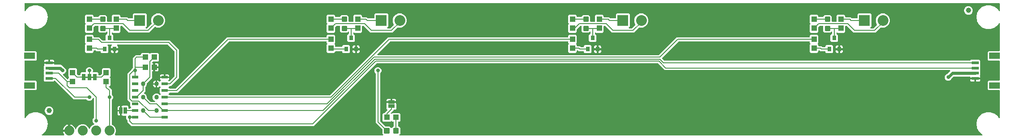
<source format=gtl>
G04 EAGLE Gerber RS-274X export*
G75*
%MOMM*%
%FSLAX34Y34*%
%LPD*%
%INTop Copper*%
%IPPOS*%
%AMOC8*
5,1,8,0,0,1.08239X$1,22.5*%
G01*
%ADD10R,1.100000X1.000000*%
%ADD11C,0.300000*%
%ADD12C,1.000000*%
%ADD13C,1.879600*%
%ADD14R,2.000000X1.200000*%
%ADD15R,1.350000X0.600000*%
%ADD16C,0.863600*%
%ADD17R,1.270000X0.635000*%
%ADD18R,0.635000X1.270000*%
%ADD19R,2.032000X2.032000*%
%ADD20C,2.032000*%
%ADD21R,0.800000X0.900000*%
%ADD22R,1.000000X1.100000*%
%ADD23R,1.200000X0.600000*%
%ADD24R,0.660400X1.270000*%
%ADD25C,0.736600*%
%ADD26C,0.203200*%
%ADD27C,0.609600*%

G36*
X78515Y4078D02*
X78515Y4078D01*
X78607Y4081D01*
X78656Y4097D01*
X78706Y4105D01*
X78790Y4142D01*
X78877Y4171D01*
X78919Y4200D01*
X78965Y4221D01*
X79035Y4280D01*
X79111Y4332D01*
X79143Y4372D01*
X79182Y4404D01*
X79233Y4481D01*
X79292Y4552D01*
X79312Y4599D01*
X79340Y4641D01*
X79368Y4729D01*
X79404Y4813D01*
X79410Y4864D01*
X79426Y4912D01*
X79428Y5004D01*
X79439Y5095D01*
X79432Y5146D01*
X79433Y5196D01*
X79410Y5285D01*
X79395Y5376D01*
X79375Y5416D01*
X79361Y5471D01*
X79280Y5608D01*
X79246Y5677D01*
X78689Y6443D01*
X77836Y8117D01*
X77255Y9904D01*
X77134Y10669D01*
X87884Y10669D01*
X87942Y10677D01*
X88000Y10675D01*
X88082Y10697D01*
X88165Y10709D01*
X88219Y10733D01*
X88275Y10747D01*
X88348Y10790D01*
X88425Y10825D01*
X88469Y10863D01*
X88520Y10893D01*
X88577Y10954D01*
X88642Y11009D01*
X88674Y11057D01*
X88714Y11100D01*
X88753Y11175D01*
X88799Y11245D01*
X88817Y11301D01*
X88844Y11353D01*
X88855Y11421D01*
X88885Y11516D01*
X88888Y11616D01*
X88899Y11684D01*
X88899Y12701D01*
X89916Y12701D01*
X89974Y12709D01*
X90032Y12708D01*
X90114Y12729D01*
X90197Y12741D01*
X90251Y12765D01*
X90307Y12779D01*
X90380Y12822D01*
X90457Y12857D01*
X90502Y12895D01*
X90552Y12925D01*
X90610Y12986D01*
X90674Y13041D01*
X90706Y13089D01*
X90746Y13132D01*
X90785Y13207D01*
X90831Y13277D01*
X90849Y13333D01*
X90876Y13385D01*
X90887Y13453D01*
X90917Y13548D01*
X90920Y13648D01*
X90931Y13716D01*
X90931Y24466D01*
X91696Y24345D01*
X93483Y23764D01*
X95157Y22911D01*
X96678Y21806D01*
X98006Y20478D01*
X99111Y18957D01*
X99964Y17283D01*
X100328Y16163D01*
X100358Y16101D01*
X100379Y16035D01*
X100420Y15974D01*
X100453Y15908D01*
X100499Y15857D01*
X100538Y15799D01*
X100594Y15752D01*
X100643Y15697D01*
X100702Y15661D01*
X100755Y15616D01*
X100822Y15586D01*
X100885Y15548D01*
X100952Y15529D01*
X101015Y15501D01*
X101088Y15491D01*
X101159Y15471D01*
X101228Y15471D01*
X101296Y15462D01*
X101369Y15472D01*
X101443Y15473D01*
X101510Y15493D01*
X101578Y15503D01*
X101645Y15533D01*
X101716Y15554D01*
X101774Y15591D01*
X101837Y15620D01*
X101893Y15667D01*
X101955Y15707D01*
X102001Y15759D01*
X102053Y15804D01*
X102086Y15857D01*
X102143Y15921D01*
X102192Y16025D01*
X102231Y16089D01*
X103748Y19751D01*
X107249Y23252D01*
X111824Y25147D01*
X116776Y25147D01*
X121351Y23252D01*
X124852Y19751D01*
X126062Y16829D01*
X126077Y16804D01*
X126086Y16776D01*
X126149Y16681D01*
X126207Y16584D01*
X126228Y16564D01*
X126244Y16539D01*
X126331Y16466D01*
X126413Y16389D01*
X126439Y16375D01*
X126462Y16356D01*
X126565Y16310D01*
X126666Y16259D01*
X126695Y16253D01*
X126722Y16241D01*
X126834Y16225D01*
X126945Y16204D01*
X126974Y16206D01*
X127003Y16202D01*
X127115Y16218D01*
X127228Y16228D01*
X127255Y16239D01*
X127285Y16243D01*
X127388Y16289D01*
X127493Y16330D01*
X127517Y16348D01*
X127544Y16360D01*
X127630Y16433D01*
X127720Y16502D01*
X127738Y16525D01*
X127760Y16544D01*
X127802Y16611D01*
X127890Y16729D01*
X127912Y16788D01*
X127938Y16829D01*
X129148Y19751D01*
X132649Y23252D01*
X135509Y24436D01*
X135607Y24494D01*
X135709Y24547D01*
X135729Y24566D01*
X135753Y24581D01*
X135832Y24664D01*
X135915Y24743D01*
X135930Y24767D01*
X135949Y24787D01*
X136001Y24889D01*
X136059Y24988D01*
X136066Y25015D01*
X136079Y25040D01*
X136101Y25153D01*
X136129Y25264D01*
X136128Y25292D01*
X136134Y25319D01*
X136124Y25433D01*
X136120Y25548D01*
X136112Y25575D01*
X136109Y25602D01*
X136068Y25709D01*
X136033Y25819D01*
X136018Y25839D01*
X136007Y25867D01*
X135935Y25963D01*
X135901Y26021D01*
X135868Y26051D01*
X135847Y26080D01*
X135838Y26092D01*
X133993Y27937D01*
X132968Y30411D01*
X132968Y33089D01*
X133993Y35563D01*
X135338Y36908D01*
X135390Y36978D01*
X135450Y37042D01*
X135476Y37091D01*
X135509Y37135D01*
X135540Y37217D01*
X135580Y37295D01*
X135588Y37342D01*
X135610Y37401D01*
X135622Y37548D01*
X135635Y37626D01*
X135635Y74096D01*
X135623Y74182D01*
X135620Y74270D01*
X135603Y74322D01*
X135595Y74377D01*
X135560Y74457D01*
X135533Y74540D01*
X135505Y74580D01*
X135479Y74637D01*
X135413Y74715D01*
X135390Y74753D01*
X135363Y74778D01*
X135338Y74814D01*
X135263Y74889D01*
X135171Y74958D01*
X135083Y75032D01*
X135058Y75043D01*
X135036Y75060D01*
X134929Y75101D01*
X134823Y75147D01*
X134796Y75151D01*
X134770Y75161D01*
X134656Y75171D01*
X134542Y75186D01*
X134514Y75182D01*
X134487Y75185D01*
X134374Y75162D01*
X134260Y75146D01*
X134235Y75134D01*
X134208Y75129D01*
X134106Y75076D01*
X134001Y75028D01*
X133980Y75011D01*
X133956Y74998D01*
X133872Y74919D01*
X133785Y74844D01*
X133772Y74823D01*
X133750Y74802D01*
X133614Y74571D01*
X133607Y74560D01*
X132707Y72387D01*
X130813Y70493D01*
X128339Y69468D01*
X125661Y69468D01*
X123187Y70493D01*
X121842Y71838D01*
X121772Y71890D01*
X121708Y71950D01*
X121659Y71976D01*
X121615Y72009D01*
X121533Y72040D01*
X121455Y72080D01*
X121408Y72088D01*
X121349Y72110D01*
X121201Y72122D01*
X121124Y72135D01*
X97376Y72135D01*
X94698Y74814D01*
X61904Y107607D01*
X61858Y107642D01*
X61817Y107685D01*
X61745Y107727D01*
X61677Y107778D01*
X61623Y107799D01*
X61572Y107828D01*
X61491Y107849D01*
X61412Y107879D01*
X61353Y107884D01*
X61297Y107899D01*
X61212Y107896D01*
X61128Y107903D01*
X61071Y107891D01*
X61013Y107889D01*
X60932Y107864D01*
X60850Y107847D01*
X60798Y107820D01*
X60742Y107802D01*
X60686Y107762D01*
X60597Y107716D01*
X60525Y107647D01*
X60469Y107607D01*
X58813Y105951D01*
X42787Y105951D01*
X41001Y107737D01*
X41001Y116263D01*
X41021Y116282D01*
X41056Y116329D01*
X41098Y116369D01*
X41141Y116442D01*
X41191Y116509D01*
X41212Y116564D01*
X41242Y116614D01*
X41263Y116696D01*
X41293Y116775D01*
X41298Y116833D01*
X41312Y116890D01*
X41309Y116974D01*
X41316Y117058D01*
X41305Y117116D01*
X41303Y117174D01*
X41277Y117254D01*
X41260Y117337D01*
X41233Y117389D01*
X41215Y117445D01*
X41175Y117501D01*
X41129Y117589D01*
X41061Y117662D01*
X41021Y117718D01*
X41001Y117737D01*
X41001Y126263D01*
X41021Y126282D01*
X41056Y126329D01*
X41098Y126369D01*
X41141Y126442D01*
X41191Y126509D01*
X41212Y126564D01*
X41242Y126614D01*
X41263Y126696D01*
X41293Y126775D01*
X41298Y126833D01*
X41312Y126890D01*
X41309Y126974D01*
X41316Y127058D01*
X41305Y127116D01*
X41303Y127174D01*
X41277Y127254D01*
X41260Y127337D01*
X41233Y127389D01*
X41215Y127445D01*
X41175Y127501D01*
X41129Y127589D01*
X41061Y127662D01*
X41021Y127718D01*
X41001Y127737D01*
X41001Y136263D01*
X41525Y136787D01*
X41566Y136841D01*
X41615Y136889D01*
X41651Y136954D01*
X41696Y137014D01*
X41720Y137078D01*
X41754Y137137D01*
X41771Y137210D01*
X41797Y137280D01*
X41803Y137348D01*
X41818Y137414D01*
X41815Y137488D01*
X41821Y137563D01*
X41807Y137630D01*
X41804Y137698D01*
X41782Y137757D01*
X41765Y137842D01*
X41712Y137943D01*
X41686Y138012D01*
X41682Y138019D01*
X41509Y138666D01*
X41509Y140501D01*
X50316Y140501D01*
X50374Y140509D01*
X50432Y140507D01*
X50514Y140529D01*
X50597Y140541D01*
X50651Y140564D01*
X50707Y140579D01*
X50780Y140622D01*
X50799Y140631D01*
X50845Y140600D01*
X50901Y140583D01*
X50953Y140556D01*
X51021Y140545D01*
X51116Y140515D01*
X51216Y140512D01*
X51284Y140501D01*
X60091Y140501D01*
X60091Y139112D01*
X60099Y139054D01*
X60097Y138996D01*
X60119Y138914D01*
X60131Y138830D01*
X60154Y138777D01*
X60169Y138721D01*
X60212Y138648D01*
X60247Y138571D01*
X60285Y138526D01*
X60314Y138476D01*
X60376Y138418D01*
X60430Y138354D01*
X60479Y138322D01*
X60522Y138282D01*
X60597Y138243D01*
X60667Y138196D01*
X60723Y138179D01*
X60775Y138152D01*
X60843Y138141D01*
X60938Y138111D01*
X61038Y138108D01*
X61106Y138097D01*
X72413Y138097D01*
X74654Y137169D01*
X78337Y133485D01*
X78362Y133466D01*
X78382Y133443D01*
X78449Y133401D01*
X78565Y133314D01*
X78625Y133291D01*
X78667Y133265D01*
X80013Y132707D01*
X81907Y130813D01*
X82932Y128339D01*
X82932Y125661D01*
X81907Y123187D01*
X80013Y121293D01*
X77840Y120393D01*
X77742Y120335D01*
X77640Y120282D01*
X77620Y120263D01*
X77596Y120249D01*
X77517Y120165D01*
X77434Y120086D01*
X77419Y120062D01*
X77400Y120042D01*
X77348Y119940D01*
X77290Y119841D01*
X77283Y119814D01*
X77270Y119789D01*
X77248Y119676D01*
X77220Y119565D01*
X77221Y119538D01*
X77215Y119510D01*
X77225Y119396D01*
X77229Y119281D01*
X77237Y119255D01*
X77240Y119227D01*
X77281Y119120D01*
X77316Y119011D01*
X77331Y118990D01*
X77342Y118962D01*
X77503Y118749D01*
X77511Y118737D01*
X85468Y110780D01*
X85492Y110763D01*
X85511Y110740D01*
X85605Y110677D01*
X85695Y110609D01*
X85723Y110599D01*
X85747Y110583D01*
X85855Y110548D01*
X85961Y110508D01*
X85990Y110506D01*
X86018Y110497D01*
X86132Y110494D01*
X86244Y110485D01*
X86273Y110490D01*
X86302Y110490D01*
X86412Y110518D01*
X86523Y110540D01*
X86549Y110554D01*
X86577Y110561D01*
X86675Y110619D01*
X86775Y110671D01*
X86797Y110692D01*
X86822Y110707D01*
X86899Y110789D01*
X86981Y110867D01*
X86996Y110893D01*
X87016Y110914D01*
X87068Y111015D01*
X87125Y111113D01*
X87132Y111141D01*
X87146Y111167D01*
X87159Y111244D01*
X87195Y111388D01*
X87193Y111451D01*
X87201Y111498D01*
X87201Y112563D01*
X88221Y113582D01*
X88256Y113629D01*
X88298Y113669D01*
X88341Y113742D01*
X88391Y113809D01*
X88412Y113864D01*
X88442Y113914D01*
X88463Y113996D01*
X88493Y114075D01*
X88498Y114133D01*
X88512Y114190D01*
X88509Y114274D01*
X88516Y114358D01*
X88505Y114416D01*
X88503Y114474D01*
X88477Y114554D01*
X88460Y114637D01*
X88433Y114689D01*
X88415Y114745D01*
X88375Y114801D01*
X88329Y114889D01*
X88261Y114962D01*
X88221Y115018D01*
X87201Y116037D01*
X87201Y129563D01*
X88987Y131349D01*
X101513Y131349D01*
X103299Y129563D01*
X103299Y120920D01*
X103311Y120834D01*
X103314Y120746D01*
X103331Y120693D01*
X103339Y120639D01*
X103374Y120559D01*
X103401Y120476D01*
X103429Y120436D01*
X103455Y120379D01*
X103551Y120266D01*
X103596Y120202D01*
X105136Y118662D01*
X105206Y118610D01*
X105270Y118550D01*
X105319Y118524D01*
X105364Y118491D01*
X105445Y118460D01*
X105523Y118420D01*
X105571Y118412D01*
X105629Y118390D01*
X105777Y118378D01*
X105854Y118365D01*
X109220Y118365D01*
X109278Y118373D01*
X109336Y118371D01*
X109418Y118393D01*
X109502Y118405D01*
X109555Y118428D01*
X109611Y118443D01*
X109684Y118486D01*
X109761Y118521D01*
X109806Y118559D01*
X109856Y118588D01*
X109914Y118650D01*
X109978Y118704D01*
X110010Y118753D01*
X110050Y118796D01*
X110089Y118871D01*
X110136Y118941D01*
X110153Y118997D01*
X110180Y119049D01*
X110191Y119117D01*
X110221Y119212D01*
X110224Y119312D01*
X110235Y119380D01*
X110235Y121913D01*
X112021Y123699D01*
X119562Y123699D01*
X119675Y123715D01*
X119790Y123725D01*
X119816Y123735D01*
X119843Y123739D01*
X119948Y123786D01*
X120055Y123827D01*
X120077Y123843D01*
X120103Y123855D01*
X120190Y123929D01*
X120282Y123998D01*
X120298Y124021D01*
X120320Y124038D01*
X120383Y124134D01*
X120452Y124226D01*
X120462Y124252D01*
X120477Y124275D01*
X120512Y124385D01*
X120552Y124492D01*
X120555Y124520D01*
X120563Y124546D01*
X120566Y124661D01*
X120575Y124775D01*
X120569Y124800D01*
X120570Y124830D01*
X120503Y125087D01*
X120500Y125103D01*
X120268Y125661D01*
X120268Y128339D01*
X121293Y130813D01*
X123187Y132707D01*
X125661Y133732D01*
X128339Y133732D01*
X130813Y132707D01*
X132707Y130813D01*
X133732Y128339D01*
X133732Y125661D01*
X133500Y125103D01*
X133472Y124991D01*
X133437Y124882D01*
X133436Y124854D01*
X133429Y124827D01*
X133433Y124713D01*
X133430Y124598D01*
X133437Y124571D01*
X133438Y124543D01*
X133473Y124434D01*
X133502Y124323D01*
X133516Y124299D01*
X133524Y124272D01*
X133588Y124177D01*
X133647Y124078D01*
X133667Y124059D01*
X133683Y124036D01*
X133770Y123962D01*
X133854Y123884D01*
X133879Y123871D01*
X133900Y123853D01*
X134005Y123806D01*
X134107Y123754D01*
X134132Y123750D01*
X134160Y123738D01*
X134424Y123701D01*
X134438Y123699D01*
X141979Y123699D01*
X143765Y121913D01*
X143765Y119380D01*
X143773Y119322D01*
X143771Y119264D01*
X143793Y119182D01*
X143805Y119098D01*
X143828Y119045D01*
X143843Y118989D01*
X143886Y118916D01*
X143921Y118839D01*
X143959Y118794D01*
X143988Y118744D01*
X144050Y118686D01*
X144104Y118622D01*
X144153Y118590D01*
X144196Y118550D01*
X144271Y118511D01*
X144341Y118464D01*
X144397Y118447D01*
X144449Y118420D01*
X144517Y118409D01*
X144612Y118379D01*
X144712Y118376D01*
X144780Y118365D01*
X148146Y118365D01*
X148232Y118377D01*
X148320Y118380D01*
X148372Y118397D01*
X148427Y118405D01*
X148507Y118440D01*
X148590Y118467D01*
X148630Y118495D01*
X148687Y118521D01*
X148800Y118617D01*
X148864Y118662D01*
X150404Y120202D01*
X150456Y120272D01*
X150516Y120336D01*
X150542Y120385D01*
X150575Y120429D01*
X150606Y120511D01*
X150646Y120589D01*
X150654Y120637D01*
X150676Y120695D01*
X150688Y120843D01*
X150701Y120920D01*
X150701Y129563D01*
X152487Y131349D01*
X165013Y131349D01*
X166799Y129563D01*
X166799Y116037D01*
X165779Y115018D01*
X165744Y114971D01*
X165702Y114931D01*
X165659Y114858D01*
X165609Y114791D01*
X165588Y114736D01*
X165558Y114686D01*
X165537Y114604D01*
X165507Y114525D01*
X165502Y114467D01*
X165488Y114410D01*
X165491Y114326D01*
X165484Y114242D01*
X165495Y114184D01*
X165497Y114126D01*
X165523Y114046D01*
X165540Y113963D01*
X165567Y113911D01*
X165585Y113855D01*
X165625Y113799D01*
X165671Y113711D01*
X165739Y113638D01*
X165779Y113582D01*
X166799Y112563D01*
X166799Y99037D01*
X165013Y97251D01*
X164948Y97251D01*
X164919Y97247D01*
X164890Y97250D01*
X164779Y97227D01*
X164667Y97211D01*
X164640Y97199D01*
X164611Y97194D01*
X164511Y97142D01*
X164407Y97095D01*
X164385Y97076D01*
X164359Y97063D01*
X164277Y96985D01*
X164190Y96912D01*
X164174Y96887D01*
X164153Y96867D01*
X164095Y96769D01*
X164033Y96675D01*
X164024Y96647D01*
X164009Y96622D01*
X163981Y96512D01*
X163947Y96404D01*
X163946Y96374D01*
X163939Y96346D01*
X163942Y96233D01*
X163940Y96120D01*
X163947Y96091D01*
X163948Y96062D01*
X163983Y95954D01*
X164011Y95845D01*
X164026Y95819D01*
X164035Y95791D01*
X164081Y95728D01*
X164157Y95600D01*
X164202Y95557D01*
X164230Y95518D01*
X169165Y90584D01*
X169165Y82076D01*
X169177Y81989D01*
X169180Y81902D01*
X169197Y81849D01*
X169205Y81794D01*
X169240Y81715D01*
X169267Y81631D01*
X169295Y81592D01*
X169321Y81535D01*
X169417Y81422D01*
X169462Y81358D01*
X170807Y80013D01*
X171832Y77539D01*
X171832Y74861D01*
X170807Y72387D01*
X169462Y71042D01*
X169410Y70972D01*
X169350Y70908D01*
X169324Y70859D01*
X169291Y70815D01*
X169260Y70733D01*
X169220Y70655D01*
X169212Y70608D01*
X169190Y70549D01*
X169178Y70401D01*
X169165Y70324D01*
X169165Y25167D01*
X169165Y25165D01*
X169165Y25164D01*
X169185Y25025D01*
X169205Y24885D01*
X169205Y24884D01*
X169205Y24882D01*
X169265Y24750D01*
X169321Y24626D01*
X169322Y24625D01*
X169323Y24623D01*
X169414Y24516D01*
X169504Y24409D01*
X169506Y24408D01*
X169507Y24407D01*
X169520Y24399D01*
X169741Y24251D01*
X169770Y24242D01*
X169791Y24229D01*
X172151Y23252D01*
X175652Y19751D01*
X177547Y15176D01*
X177547Y10224D01*
X175577Y5469D01*
X175548Y5357D01*
X175514Y5248D01*
X175513Y5220D01*
X175506Y5193D01*
X175509Y5079D01*
X175506Y4964D01*
X175513Y4937D01*
X175514Y4909D01*
X175549Y4800D01*
X175578Y4689D01*
X175592Y4665D01*
X175601Y4638D01*
X175665Y4543D01*
X175723Y4444D01*
X175744Y4425D01*
X175759Y4402D01*
X175847Y4328D01*
X175931Y4250D01*
X175955Y4237D01*
X175977Y4219D01*
X176081Y4173D01*
X176184Y4120D01*
X176208Y4116D01*
X176236Y4104D01*
X176500Y4067D01*
X176515Y4065D01*
X682481Y4065D01*
X682510Y4069D01*
X682540Y4066D01*
X682651Y4089D01*
X682763Y4105D01*
X682790Y4117D01*
X682818Y4122D01*
X682919Y4175D01*
X683022Y4221D01*
X683045Y4240D01*
X683071Y4253D01*
X683153Y4331D01*
X683239Y4404D01*
X683256Y4429D01*
X683277Y4449D01*
X683334Y4547D01*
X683397Y4641D01*
X683406Y4669D01*
X683421Y4694D01*
X683448Y4804D01*
X683483Y4912D01*
X683483Y4942D01*
X683491Y4970D01*
X683487Y5083D01*
X683490Y5196D01*
X683483Y5225D01*
X683482Y5254D01*
X683447Y5362D01*
X683418Y5471D01*
X683403Y5497D01*
X683394Y5525D01*
X683349Y5588D01*
X683273Y5716D01*
X683227Y5759D01*
X683199Y5798D01*
X681681Y7316D01*
X681681Y14580D01*
X681669Y14666D01*
X681666Y14754D01*
X681649Y14806D01*
X681641Y14861D01*
X681606Y14941D01*
X681579Y15024D01*
X681551Y15064D01*
X681525Y15121D01*
X681429Y15234D01*
X681384Y15298D01*
X669035Y27646D01*
X669035Y121124D01*
X669023Y121211D01*
X669020Y121298D01*
X669003Y121351D01*
X668995Y121406D01*
X668960Y121485D01*
X668933Y121569D01*
X668905Y121608D01*
X668879Y121665D01*
X668783Y121778D01*
X668738Y121842D01*
X667393Y123187D01*
X666368Y125661D01*
X666368Y128339D01*
X667393Y130813D01*
X669287Y132707D01*
X671761Y133732D01*
X674439Y133732D01*
X676913Y132707D01*
X678807Y130813D01*
X679832Y128339D01*
X679832Y125661D01*
X678807Y123187D01*
X677462Y121842D01*
X677410Y121772D01*
X677350Y121708D01*
X677324Y121659D01*
X677291Y121615D01*
X677260Y121533D01*
X677220Y121455D01*
X677212Y121408D01*
X677190Y121349D01*
X677178Y121201D01*
X677165Y121124D01*
X677165Y31434D01*
X677172Y31383D01*
X677171Y31360D01*
X677177Y31338D01*
X677180Y31260D01*
X677197Y31208D01*
X677205Y31153D01*
X677240Y31073D01*
X677267Y30990D01*
X677295Y30950D01*
X677321Y30893D01*
X677417Y30780D01*
X677462Y30716D01*
X687132Y21046D01*
X687202Y20994D01*
X687266Y20934D01*
X687315Y20908D01*
X687360Y20875D01*
X687441Y20844D01*
X687519Y20804D01*
X687567Y20796D01*
X687625Y20774D01*
X687773Y20762D01*
X687850Y20749D01*
X695114Y20749D01*
X697782Y18081D01*
X697829Y18046D01*
X697869Y18003D01*
X697942Y17961D01*
X698009Y17910D01*
X698064Y17889D01*
X698114Y17859D01*
X698196Y17839D01*
X698275Y17809D01*
X698333Y17804D01*
X698390Y17789D01*
X698474Y17792D01*
X698558Y17785D01*
X698616Y17797D01*
X698674Y17798D01*
X698754Y17824D01*
X698837Y17841D01*
X698889Y17868D01*
X698945Y17886D01*
X699001Y17926D01*
X699089Y17972D01*
X699162Y18041D01*
X699218Y18081D01*
X701886Y20749D01*
X702190Y20749D01*
X702248Y20757D01*
X702306Y20755D01*
X702388Y20777D01*
X702472Y20789D01*
X702525Y20812D01*
X702581Y20827D01*
X702654Y20870D01*
X702731Y20905D01*
X702776Y20943D01*
X702826Y20972D01*
X702884Y21034D01*
X702948Y21088D01*
X702980Y21137D01*
X703020Y21180D01*
X703059Y21255D01*
X703106Y21325D01*
X703123Y21381D01*
X703150Y21433D01*
X703161Y21501D01*
X703191Y21596D01*
X703194Y21696D01*
X703205Y21764D01*
X703205Y29036D01*
X703197Y29094D01*
X703199Y29152D01*
X703177Y29234D01*
X703165Y29318D01*
X703142Y29371D01*
X703127Y29427D01*
X703084Y29500D01*
X703049Y29577D01*
X703011Y29622D01*
X702982Y29672D01*
X702920Y29730D01*
X702866Y29794D01*
X702817Y29826D01*
X702774Y29866D01*
X702699Y29905D01*
X702629Y29952D01*
X702573Y29969D01*
X702521Y29996D01*
X702453Y30007D01*
X702358Y30037D01*
X702258Y30040D01*
X702190Y30051D01*
X700237Y30051D01*
X699218Y31071D01*
X699171Y31106D01*
X699131Y31148D01*
X699058Y31191D01*
X698991Y31241D01*
X698936Y31262D01*
X698886Y31292D01*
X698804Y31313D01*
X698725Y31343D01*
X698667Y31348D01*
X698610Y31362D01*
X698526Y31359D01*
X698442Y31366D01*
X698384Y31355D01*
X698326Y31353D01*
X698246Y31327D01*
X698163Y31310D01*
X698111Y31283D01*
X698055Y31265D01*
X697999Y31225D01*
X697911Y31179D01*
X697838Y31111D01*
X697782Y31071D01*
X696763Y30051D01*
X683237Y30051D01*
X681451Y31837D01*
X681451Y44363D01*
X683237Y46149D01*
X685140Y46149D01*
X685226Y46161D01*
X685314Y46164D01*
X685366Y46181D01*
X685421Y46189D01*
X685501Y46224D01*
X685584Y46251D01*
X685624Y46279D01*
X685681Y46305D01*
X685794Y46401D01*
X685858Y46446D01*
X691038Y51626D01*
X691073Y51673D01*
X691115Y51713D01*
X691158Y51786D01*
X691209Y51853D01*
X691229Y51908D01*
X691259Y51958D01*
X691280Y52040D01*
X691310Y52119D01*
X691315Y52177D01*
X691329Y52234D01*
X691326Y52318D01*
X691333Y52402D01*
X691322Y52459D01*
X691320Y52518D01*
X691294Y52598D01*
X691277Y52681D01*
X691251Y52733D01*
X691233Y52788D01*
X691192Y52845D01*
X691146Y52933D01*
X691078Y53006D01*
X691038Y53062D01*
X689101Y54998D01*
X689101Y63874D01*
X689312Y64084D01*
X689364Y64154D01*
X689424Y64218D01*
X689450Y64268D01*
X689483Y64312D01*
X689514Y64393D01*
X689554Y64471D01*
X689562Y64519D01*
X689584Y64577D01*
X689596Y64725D01*
X689609Y64802D01*
X689609Y65977D01*
X697928Y65977D01*
X697986Y65985D01*
X698045Y65984D01*
X698126Y66005D01*
X698210Y66017D01*
X698263Y66041D01*
X698320Y66056D01*
X698392Y66099D01*
X698469Y66133D01*
X698497Y66157D01*
X698563Y66124D01*
X698633Y66077D01*
X698689Y66059D01*
X698741Y66033D01*
X698809Y66021D01*
X698904Y65991D01*
X699004Y65989D01*
X699072Y65977D01*
X707391Y65977D01*
X707391Y64802D01*
X707403Y64716D01*
X707406Y64628D01*
X707423Y64576D01*
X707431Y64521D01*
X707466Y64441D01*
X707493Y64358D01*
X707521Y64319D01*
X707547Y64261D01*
X707643Y64148D01*
X707688Y64084D01*
X707899Y63874D01*
X707899Y54998D01*
X706113Y53212D01*
X703580Y53212D01*
X703522Y53204D01*
X703464Y53206D01*
X703382Y53184D01*
X703298Y53172D01*
X703245Y53149D01*
X703189Y53134D01*
X703116Y53091D01*
X703039Y53056D01*
X702994Y53018D01*
X702944Y52989D01*
X702886Y52927D01*
X702822Y52873D01*
X702790Y52824D01*
X702750Y52781D01*
X702711Y52706D01*
X702664Y52636D01*
X702647Y52580D01*
X702620Y52528D01*
X702609Y52460D01*
X702579Y52365D01*
X702576Y52265D01*
X702565Y52197D01*
X702565Y51656D01*
X699886Y48978D01*
X697628Y46719D01*
X697593Y46673D01*
X697550Y46632D01*
X697508Y46560D01*
X697457Y46492D01*
X697436Y46438D01*
X697407Y46387D01*
X697386Y46305D01*
X697356Y46227D01*
X697351Y46168D01*
X697336Y46112D01*
X697339Y46027D01*
X697332Y45943D01*
X697344Y45886D01*
X697346Y45827D01*
X697372Y45747D01*
X697388Y45665D01*
X697415Y45613D01*
X697433Y45557D01*
X697473Y45501D01*
X697519Y45412D01*
X697588Y45340D01*
X697628Y45284D01*
X697782Y45129D01*
X697829Y45094D01*
X697869Y45052D01*
X697942Y45009D01*
X698009Y44958D01*
X698064Y44938D01*
X698114Y44908D01*
X698196Y44887D01*
X698275Y44857D01*
X698333Y44852D01*
X698390Y44838D01*
X698474Y44841D01*
X698558Y44834D01*
X698616Y44845D01*
X698674Y44847D01*
X698754Y44873D01*
X698837Y44890D01*
X698889Y44917D01*
X698945Y44935D01*
X699001Y44975D01*
X699089Y45021D01*
X699162Y45089D01*
X699218Y45129D01*
X700237Y46149D01*
X713763Y46149D01*
X715549Y44363D01*
X715549Y31837D01*
X713763Y30051D01*
X712350Y30051D01*
X712292Y30043D01*
X712234Y30045D01*
X712152Y30023D01*
X712068Y30011D01*
X712015Y29988D01*
X711959Y29973D01*
X711886Y29930D01*
X711809Y29895D01*
X711764Y29857D01*
X711714Y29828D01*
X711656Y29766D01*
X711592Y29712D01*
X711560Y29663D01*
X711520Y29620D01*
X711481Y29545D01*
X711434Y29475D01*
X711417Y29419D01*
X711390Y29367D01*
X711379Y29299D01*
X711349Y29204D01*
X711346Y29104D01*
X711335Y29036D01*
X711335Y21764D01*
X711343Y21706D01*
X711341Y21648D01*
X711363Y21566D01*
X711375Y21482D01*
X711398Y21429D01*
X711413Y21373D01*
X711456Y21300D01*
X711491Y21223D01*
X711529Y21178D01*
X711558Y21128D01*
X711620Y21070D01*
X711674Y21006D01*
X711723Y20974D01*
X711766Y20934D01*
X711841Y20895D01*
X711911Y20848D01*
X711967Y20831D01*
X712019Y20804D01*
X712087Y20793D01*
X712182Y20763D01*
X712282Y20760D01*
X712350Y20749D01*
X712654Y20749D01*
X715319Y18084D01*
X715319Y7316D01*
X713801Y5798D01*
X713783Y5774D01*
X713761Y5755D01*
X713698Y5661D01*
X713630Y5571D01*
X713619Y5543D01*
X713603Y5519D01*
X713569Y5411D01*
X713529Y5305D01*
X713526Y5276D01*
X713517Y5248D01*
X713514Y5134D01*
X713505Y5022D01*
X713511Y4993D01*
X713510Y4964D01*
X713539Y4854D01*
X713561Y4743D01*
X713574Y4717D01*
X713582Y4689D01*
X713640Y4591D01*
X713692Y4491D01*
X713712Y4469D01*
X713727Y4444D01*
X713810Y4367D01*
X713888Y4285D01*
X713913Y4270D01*
X713934Y4250D01*
X714035Y4198D01*
X714133Y4141D01*
X714161Y4134D01*
X714188Y4120D01*
X714265Y4107D01*
X714408Y4071D01*
X714471Y4073D01*
X714519Y4065D01*
X1816267Y4065D01*
X1816340Y4075D01*
X1816414Y4075D01*
X1816480Y4095D01*
X1816549Y4105D01*
X1816616Y4135D01*
X1816686Y4155D01*
X1816745Y4192D01*
X1816808Y4221D01*
X1816864Y4268D01*
X1816926Y4308D01*
X1816972Y4360D01*
X1817025Y4404D01*
X1817066Y4466D01*
X1817115Y4521D01*
X1817144Y4583D01*
X1817183Y4641D01*
X1817205Y4711D01*
X1817236Y4778D01*
X1817248Y4846D01*
X1817268Y4912D01*
X1817270Y4986D01*
X1817282Y5058D01*
X1817274Y5127D01*
X1817276Y5196D01*
X1817257Y5267D01*
X1817248Y5341D01*
X1817221Y5404D01*
X1817204Y5471D01*
X1817166Y5535D01*
X1817138Y5602D01*
X1817099Y5647D01*
X1817059Y5716D01*
X1816969Y5800D01*
X1816920Y5858D01*
X1811215Y10644D01*
X1807229Y17549D01*
X1805845Y25400D01*
X1807229Y33251D01*
X1811215Y40155D01*
X1817322Y45280D01*
X1824814Y48007D01*
X1832786Y48007D01*
X1840278Y45280D01*
X1846385Y40156D01*
X1848050Y37272D01*
X1848062Y37257D01*
X1848069Y37239D01*
X1848149Y37145D01*
X1848225Y37048D01*
X1848241Y37037D01*
X1848253Y37022D01*
X1848355Y36954D01*
X1848455Y36882D01*
X1848474Y36875D01*
X1848490Y36865D01*
X1848607Y36827D01*
X1848723Y36786D01*
X1848742Y36785D01*
X1848761Y36779D01*
X1848884Y36775D01*
X1849006Y36768D01*
X1849025Y36772D01*
X1849045Y36771D01*
X1849164Y36802D01*
X1849284Y36829D01*
X1849301Y36838D01*
X1849320Y36843D01*
X1849425Y36906D01*
X1849534Y36965D01*
X1849548Y36978D01*
X1849564Y36988D01*
X1849648Y37078D01*
X1849736Y37164D01*
X1849746Y37181D01*
X1849759Y37196D01*
X1849815Y37305D01*
X1849875Y37412D01*
X1849880Y37431D01*
X1849888Y37449D01*
X1849901Y37521D01*
X1849940Y37689D01*
X1849937Y37740D01*
X1849944Y37780D01*
X1849956Y88936D01*
X1849948Y88994D01*
X1849949Y89052D01*
X1849928Y89134D01*
X1849916Y89217D01*
X1849892Y89271D01*
X1849877Y89327D01*
X1849834Y89400D01*
X1849800Y89477D01*
X1849762Y89522D01*
X1849732Y89572D01*
X1849671Y89629D01*
X1849616Y89694D01*
X1849568Y89726D01*
X1849525Y89766D01*
X1849450Y89805D01*
X1849380Y89851D01*
X1849324Y89869D01*
X1849272Y89896D01*
X1849204Y89907D01*
X1849109Y89937D01*
X1849009Y89940D01*
X1848941Y89951D01*
X1828887Y89951D01*
X1827101Y91737D01*
X1827101Y106263D01*
X1828887Y108049D01*
X1848945Y108049D01*
X1849003Y108057D01*
X1849061Y108055D01*
X1849143Y108077D01*
X1849227Y108089D01*
X1849280Y108112D01*
X1849336Y108127D01*
X1849409Y108170D01*
X1849486Y108205D01*
X1849531Y108243D01*
X1849581Y108272D01*
X1849639Y108334D01*
X1849703Y108388D01*
X1849736Y108437D01*
X1849775Y108480D01*
X1849814Y108555D01*
X1849861Y108625D01*
X1849878Y108681D01*
X1849905Y108733D01*
X1849916Y108801D01*
X1849947Y108896D01*
X1849949Y108996D01*
X1849961Y109064D01*
X1849969Y144936D01*
X1849961Y144994D01*
X1849962Y145052D01*
X1849941Y145134D01*
X1849929Y145217D01*
X1849905Y145271D01*
X1849890Y145327D01*
X1849847Y145400D01*
X1849813Y145477D01*
X1849775Y145522D01*
X1849745Y145572D01*
X1849684Y145629D01*
X1849629Y145694D01*
X1849581Y145726D01*
X1849538Y145766D01*
X1849463Y145805D01*
X1849393Y145851D01*
X1849337Y145869D01*
X1849285Y145896D01*
X1849217Y145907D01*
X1849122Y145937D01*
X1849022Y145940D01*
X1848954Y145951D01*
X1828887Y145951D01*
X1827101Y147737D01*
X1827101Y162263D01*
X1828887Y164049D01*
X1848958Y164049D01*
X1849016Y164057D01*
X1849074Y164055D01*
X1849156Y164077D01*
X1849240Y164089D01*
X1849293Y164112D01*
X1849349Y164127D01*
X1849422Y164170D01*
X1849499Y164205D01*
X1849544Y164243D01*
X1849594Y164272D01*
X1849652Y164334D01*
X1849716Y164388D01*
X1849749Y164437D01*
X1849788Y164480D01*
X1849827Y164555D01*
X1849874Y164625D01*
X1849891Y164681D01*
X1849918Y164733D01*
X1849929Y164801D01*
X1849960Y164896D01*
X1849962Y164996D01*
X1849973Y165064D01*
X1849985Y216291D01*
X1849983Y216311D01*
X1849985Y216331D01*
X1849979Y216364D01*
X1849979Y216368D01*
X1849976Y216379D01*
X1849963Y216452D01*
X1849946Y216573D01*
X1849938Y216591D01*
X1849934Y216610D01*
X1849879Y216721D01*
X1849829Y216832D01*
X1849817Y216848D01*
X1849808Y216865D01*
X1849725Y216956D01*
X1849646Y217049D01*
X1849629Y217060D01*
X1849616Y217075D01*
X1849511Y217139D01*
X1849409Y217207D01*
X1849391Y217213D01*
X1849374Y217223D01*
X1849255Y217256D01*
X1849138Y217293D01*
X1849118Y217293D01*
X1849100Y217299D01*
X1848977Y217297D01*
X1848854Y217300D01*
X1848835Y217295D01*
X1848815Y217295D01*
X1848697Y217260D01*
X1848579Y217229D01*
X1848562Y217219D01*
X1848543Y217213D01*
X1848440Y217146D01*
X1848334Y217083D01*
X1848321Y217069D01*
X1848304Y217058D01*
X1848258Y217001D01*
X1848140Y216876D01*
X1848117Y216831D01*
X1848091Y216799D01*
X1846385Y213844D01*
X1840278Y208720D01*
X1832786Y205993D01*
X1824814Y205993D01*
X1817322Y208720D01*
X1811215Y213844D01*
X1807229Y220749D01*
X1805845Y228600D01*
X1807229Y236451D01*
X1811215Y243355D01*
X1817322Y248480D01*
X1824814Y251207D01*
X1832786Y251207D01*
X1840278Y248480D01*
X1846385Y243356D01*
X1848097Y240391D01*
X1848109Y240375D01*
X1848117Y240358D01*
X1848196Y240264D01*
X1848272Y240167D01*
X1848288Y240155D01*
X1848300Y240141D01*
X1848402Y240073D01*
X1848502Y240000D01*
X1848521Y239994D01*
X1848537Y239983D01*
X1848654Y239946D01*
X1848770Y239904D01*
X1848789Y239903D01*
X1848808Y239897D01*
X1848931Y239894D01*
X1849053Y239886D01*
X1849072Y239890D01*
X1849092Y239890D01*
X1849211Y239921D01*
X1849331Y239947D01*
X1849348Y239957D01*
X1849367Y239962D01*
X1849472Y240024D01*
X1849581Y240083D01*
X1849595Y240097D01*
X1849611Y240107D01*
X1849695Y240196D01*
X1849783Y240283D01*
X1849793Y240300D01*
X1849806Y240314D01*
X1849862Y240423D01*
X1849922Y240531D01*
X1849927Y240550D01*
X1849936Y240567D01*
X1849948Y240640D01*
X1849987Y240808D01*
X1849984Y240858D01*
X1849991Y240898D01*
X1849994Y254000D01*
X1849986Y254058D01*
X1849987Y254116D01*
X1849966Y254198D01*
X1849954Y254281D01*
X1849930Y254335D01*
X1849916Y254391D01*
X1849873Y254464D01*
X1849838Y254541D01*
X1849800Y254586D01*
X1849770Y254636D01*
X1849709Y254693D01*
X1849655Y254758D01*
X1849606Y254790D01*
X1849563Y254830D01*
X1849488Y254869D01*
X1849418Y254915D01*
X1849362Y254933D01*
X1849310Y254960D01*
X1849242Y254971D01*
X1849147Y255001D01*
X1849047Y255004D01*
X1848979Y255015D01*
X5080Y255015D01*
X5022Y255007D01*
X4964Y255009D01*
X4882Y254987D01*
X4798Y254975D01*
X4745Y254952D01*
X4689Y254937D01*
X4616Y254894D01*
X4539Y254859D01*
X4494Y254821D01*
X4444Y254792D01*
X4386Y254730D01*
X4322Y254676D01*
X4290Y254627D01*
X4250Y254584D01*
X4211Y254509D01*
X4164Y254439D01*
X4147Y254383D01*
X4120Y254331D01*
X4109Y254263D01*
X4079Y254168D01*
X4076Y254068D01*
X4065Y254000D01*
X4065Y240649D01*
X4067Y240629D01*
X4065Y240610D01*
X4087Y240489D01*
X4105Y240367D01*
X4113Y240349D01*
X4116Y240330D01*
X4171Y240220D01*
X4221Y240108D01*
X4233Y240093D01*
X4242Y240075D01*
X4325Y239984D01*
X4404Y239891D01*
X4421Y239880D01*
X4434Y239865D01*
X4539Y239801D01*
X4641Y239733D01*
X4660Y239727D01*
X4676Y239717D01*
X4795Y239684D01*
X4912Y239647D01*
X4932Y239647D01*
X4951Y239642D01*
X5073Y239643D01*
X5196Y239640D01*
X5215Y239645D01*
X5235Y239645D01*
X5353Y239681D01*
X5471Y239712D01*
X5488Y239722D01*
X5507Y239728D01*
X5610Y239794D01*
X5716Y239857D01*
X5729Y239871D01*
X5746Y239882D01*
X5792Y239939D01*
X5910Y240064D01*
X5934Y240110D01*
X5959Y240141D01*
X7815Y243356D01*
X13922Y248480D01*
X21414Y251207D01*
X29386Y251207D01*
X36878Y248480D01*
X42985Y243356D01*
X46971Y236451D01*
X48355Y228600D01*
X46971Y220749D01*
X42985Y213845D01*
X36878Y208720D01*
X29386Y205993D01*
X21414Y205993D01*
X13922Y208720D01*
X7815Y213844D01*
X5959Y217059D01*
X5947Y217074D01*
X5939Y217092D01*
X5860Y217186D01*
X5784Y217283D01*
X5768Y217294D01*
X5755Y217309D01*
X5653Y217378D01*
X5554Y217449D01*
X5535Y217456D01*
X5519Y217467D01*
X5401Y217504D01*
X5286Y217546D01*
X5266Y217547D01*
X5248Y217553D01*
X5125Y217556D01*
X5002Y217564D01*
X4983Y217559D01*
X4964Y217560D01*
X4845Y217529D01*
X4725Y217502D01*
X4707Y217493D01*
X4689Y217488D01*
X4583Y217426D01*
X4475Y217367D01*
X4461Y217353D01*
X4444Y217343D01*
X4360Y217253D01*
X4273Y217167D01*
X4263Y217150D01*
X4250Y217136D01*
X4194Y217026D01*
X4134Y216919D01*
X4129Y216900D01*
X4120Y216882D01*
X4108Y216810D01*
X4069Y216642D01*
X4071Y216591D01*
X4065Y216551D01*
X4065Y165064D01*
X4073Y165006D01*
X4071Y164948D01*
X4093Y164866D01*
X4105Y164782D01*
X4128Y164729D01*
X4143Y164673D01*
X4186Y164600D01*
X4221Y164523D01*
X4259Y164478D01*
X4288Y164428D01*
X4350Y164370D01*
X4404Y164306D01*
X4453Y164274D01*
X4496Y164234D01*
X4571Y164195D01*
X4641Y164148D01*
X4697Y164131D01*
X4749Y164104D01*
X4817Y164093D01*
X4912Y164063D01*
X5012Y164060D01*
X5080Y164049D01*
X25313Y164049D01*
X27099Y162263D01*
X27099Y147737D01*
X25313Y145951D01*
X5080Y145951D01*
X5022Y145943D01*
X4964Y145945D01*
X4882Y145923D01*
X4798Y145911D01*
X4745Y145888D01*
X4689Y145873D01*
X4616Y145830D01*
X4539Y145795D01*
X4494Y145757D01*
X4444Y145728D01*
X4386Y145666D01*
X4322Y145612D01*
X4290Y145563D01*
X4250Y145520D01*
X4211Y145445D01*
X4164Y145375D01*
X4147Y145319D01*
X4120Y145267D01*
X4109Y145199D01*
X4079Y145104D01*
X4076Y145004D01*
X4065Y144936D01*
X4065Y109064D01*
X4073Y109006D01*
X4071Y108948D01*
X4093Y108866D01*
X4105Y108782D01*
X4128Y108729D01*
X4143Y108673D01*
X4186Y108600D01*
X4221Y108523D01*
X4259Y108478D01*
X4288Y108428D01*
X4350Y108370D01*
X4404Y108306D01*
X4453Y108274D01*
X4496Y108234D01*
X4571Y108195D01*
X4641Y108148D01*
X4697Y108131D01*
X4749Y108104D01*
X4817Y108093D01*
X4912Y108063D01*
X5012Y108060D01*
X5080Y108049D01*
X25313Y108049D01*
X27099Y106263D01*
X27099Y91737D01*
X25313Y89951D01*
X5080Y89951D01*
X5022Y89943D01*
X4964Y89945D01*
X4882Y89923D01*
X4798Y89911D01*
X4745Y89888D01*
X4689Y89873D01*
X4616Y89830D01*
X4539Y89795D01*
X4494Y89757D01*
X4444Y89728D01*
X4386Y89666D01*
X4322Y89612D01*
X4290Y89563D01*
X4250Y89520D01*
X4211Y89445D01*
X4164Y89375D01*
X4147Y89319D01*
X4120Y89267D01*
X4109Y89199D01*
X4079Y89104D01*
X4076Y89004D01*
X4065Y88936D01*
X4065Y37449D01*
X4067Y37429D01*
X4065Y37410D01*
X4087Y37289D01*
X4105Y37167D01*
X4113Y37149D01*
X4116Y37130D01*
X4171Y37020D01*
X4221Y36908D01*
X4233Y36893D01*
X4242Y36875D01*
X4325Y36784D01*
X4404Y36691D01*
X4421Y36680D01*
X4434Y36665D01*
X4539Y36601D01*
X4641Y36533D01*
X4660Y36527D01*
X4676Y36517D01*
X4795Y36484D01*
X4912Y36447D01*
X4932Y36447D01*
X4951Y36442D01*
X5073Y36443D01*
X5196Y36440D01*
X5215Y36445D01*
X5235Y36445D01*
X5353Y36481D01*
X5471Y36512D01*
X5488Y36522D01*
X5507Y36528D01*
X5610Y36594D01*
X5716Y36657D01*
X5729Y36671D01*
X5746Y36682D01*
X5792Y36739D01*
X5910Y36864D01*
X5934Y36910D01*
X5959Y36941D01*
X7815Y40156D01*
X13922Y45280D01*
X21414Y48007D01*
X29386Y48007D01*
X36878Y45280D01*
X42985Y40156D01*
X46971Y33251D01*
X48355Y25400D01*
X46971Y17549D01*
X42985Y10645D01*
X37280Y5858D01*
X37231Y5803D01*
X37175Y5755D01*
X37136Y5698D01*
X37090Y5646D01*
X37058Y5580D01*
X37017Y5519D01*
X36996Y5453D01*
X36966Y5390D01*
X36954Y5318D01*
X36932Y5248D01*
X36930Y5179D01*
X36918Y5110D01*
X36926Y5037D01*
X36924Y4964D01*
X36942Y4897D01*
X36949Y4828D01*
X36977Y4760D01*
X36996Y4689D01*
X37031Y4629D01*
X37058Y4565D01*
X37104Y4507D01*
X37141Y4444D01*
X37192Y4397D01*
X37235Y4343D01*
X37295Y4300D01*
X37349Y4250D01*
X37410Y4218D01*
X37467Y4178D01*
X37536Y4154D01*
X37602Y4120D01*
X37660Y4110D01*
X37735Y4084D01*
X37857Y4077D01*
X37933Y4065D01*
X78424Y4065D01*
X78515Y4078D01*
G37*
%LPC*%
G36*
X206596Y21335D02*
X206596Y21335D01*
X199135Y28796D01*
X199135Y32224D01*
X199123Y32311D01*
X199120Y32398D01*
X199103Y32451D01*
X199095Y32506D01*
X199060Y32585D01*
X199033Y32669D01*
X199005Y32708D01*
X198979Y32765D01*
X198883Y32878D01*
X198838Y32942D01*
X197493Y34287D01*
X196468Y36761D01*
X196468Y39439D01*
X196700Y39997D01*
X196728Y40109D01*
X196763Y40218D01*
X196764Y40246D01*
X196771Y40273D01*
X196767Y40387D01*
X196770Y40502D01*
X196763Y40529D01*
X196762Y40557D01*
X196727Y40666D01*
X196698Y40777D01*
X196684Y40801D01*
X196676Y40828D01*
X196612Y40923D01*
X196553Y41022D01*
X196533Y41041D01*
X196517Y41064D01*
X196430Y41138D01*
X196346Y41216D01*
X196321Y41229D01*
X196300Y41247D01*
X196195Y41294D01*
X196093Y41346D01*
X196068Y41350D01*
X196040Y41362D01*
X195776Y41399D01*
X195762Y41401D01*
X190126Y41401D01*
X189916Y41612D01*
X189846Y41664D01*
X189782Y41724D01*
X189732Y41750D01*
X189688Y41783D01*
X189607Y41814D01*
X189529Y41854D01*
X189481Y41862D01*
X189423Y41884D01*
X189275Y41896D01*
X189198Y41909D01*
X188023Y41909D01*
X188023Y50228D01*
X188015Y50286D01*
X188016Y50345D01*
X187995Y50426D01*
X187983Y50510D01*
X187959Y50563D01*
X187944Y50620D01*
X187901Y50692D01*
X187867Y50769D01*
X187843Y50797D01*
X187876Y50863D01*
X187923Y50933D01*
X187941Y50989D01*
X187967Y51041D01*
X187979Y51109D01*
X188009Y51204D01*
X188011Y51304D01*
X188023Y51372D01*
X188023Y59691D01*
X189198Y59691D01*
X189284Y59703D01*
X189372Y59706D01*
X189424Y59723D01*
X189479Y59731D01*
X189559Y59766D01*
X189642Y59793D01*
X189681Y59821D01*
X189739Y59847D01*
X189852Y59943D01*
X189916Y59988D01*
X190126Y60199D01*
X199002Y60199D01*
X200788Y58413D01*
X200788Y55880D01*
X200796Y55822D01*
X200794Y55764D01*
X200816Y55682D01*
X200828Y55598D01*
X200851Y55545D01*
X200866Y55489D01*
X200909Y55416D01*
X200944Y55339D01*
X200982Y55294D01*
X201011Y55244D01*
X201073Y55186D01*
X201127Y55122D01*
X201176Y55090D01*
X201219Y55050D01*
X201294Y55011D01*
X201364Y54964D01*
X201420Y54947D01*
X201472Y54920D01*
X201540Y54909D01*
X201635Y54879D01*
X201735Y54876D01*
X201803Y54865D01*
X203633Y54865D01*
X203719Y54877D01*
X203807Y54880D01*
X203859Y54897D01*
X203914Y54905D01*
X203994Y54940D01*
X204077Y54967D01*
X204116Y54995D01*
X204174Y55021D01*
X204287Y55117D01*
X204351Y55162D01*
X205621Y56432D01*
X205656Y56479D01*
X205698Y56519D01*
X205741Y56592D01*
X205791Y56659D01*
X205812Y56714D01*
X205842Y56764D01*
X205863Y56846D01*
X205893Y56925D01*
X205898Y56983D01*
X205912Y57040D01*
X205909Y57124D01*
X205916Y57208D01*
X205905Y57266D01*
X205903Y57324D01*
X205877Y57404D01*
X205860Y57487D01*
X205833Y57539D01*
X205815Y57595D01*
X205775Y57651D01*
X205729Y57739D01*
X205661Y57812D01*
X205621Y57868D01*
X204251Y59237D01*
X204251Y66128D01*
X204239Y66215D01*
X204236Y66303D01*
X204219Y66355D01*
X204211Y66410D01*
X204176Y66490D01*
X204149Y66573D01*
X204121Y66612D01*
X204095Y66669D01*
X203999Y66783D01*
X203954Y66846D01*
X199135Y71665D01*
X199135Y121064D01*
X206537Y128465D01*
X206555Y128490D01*
X206579Y128510D01*
X206621Y128577D01*
X206708Y128693D01*
X206731Y128753D01*
X206757Y128795D01*
X207593Y130813D01*
X208938Y132158D01*
X208990Y132228D01*
X209050Y132292D01*
X209076Y132341D01*
X209109Y132385D01*
X209140Y132467D01*
X209180Y132545D01*
X209188Y132592D01*
X209210Y132651D01*
X209222Y132799D01*
X209235Y132876D01*
X209235Y151484D01*
X214216Y156465D01*
X223236Y156465D01*
X223294Y156473D01*
X223352Y156471D01*
X223434Y156493D01*
X223518Y156505D01*
X223571Y156528D01*
X223627Y156543D01*
X223700Y156586D01*
X223777Y156621D01*
X223822Y156659D01*
X223872Y156688D01*
X223930Y156750D01*
X223994Y156804D01*
X224026Y156853D01*
X224066Y156896D01*
X224105Y156971D01*
X224152Y157041D01*
X224169Y157097D01*
X224196Y157149D01*
X224207Y157217D01*
X224237Y157312D01*
X224240Y157412D01*
X224251Y157480D01*
X224251Y158663D01*
X226037Y160449D01*
X239563Y160449D01*
X240582Y159429D01*
X240629Y159394D01*
X240669Y159352D01*
X240742Y159309D01*
X240809Y159259D01*
X240864Y159238D01*
X240914Y159208D01*
X240996Y159187D01*
X241075Y159157D01*
X241133Y159152D01*
X241190Y159138D01*
X241274Y159141D01*
X241358Y159134D01*
X241416Y159145D01*
X241474Y159147D01*
X241554Y159173D01*
X241637Y159190D01*
X241689Y159217D01*
X241745Y159235D01*
X241801Y159275D01*
X241889Y159321D01*
X241962Y159389D01*
X242018Y159429D01*
X243037Y160449D01*
X256563Y160449D01*
X258349Y158663D01*
X258349Y146137D01*
X256563Y144351D01*
X247920Y144351D01*
X247834Y144339D01*
X247746Y144336D01*
X247694Y144319D01*
X247639Y144311D01*
X247559Y144276D01*
X247476Y144249D01*
X247436Y144221D01*
X247379Y144195D01*
X247266Y144099D01*
X247202Y144054D01*
X245772Y142624D01*
X245755Y142600D01*
X245732Y142581D01*
X245669Y142487D01*
X245601Y142397D01*
X245591Y142369D01*
X245575Y142345D01*
X245540Y142237D01*
X245500Y142131D01*
X245498Y142102D01*
X245489Y142074D01*
X245486Y141960D01*
X245477Y141848D01*
X245482Y141819D01*
X245482Y141790D01*
X245510Y141680D01*
X245532Y141569D01*
X245546Y141543D01*
X245553Y141515D01*
X245611Y141417D01*
X245663Y141317D01*
X245684Y141295D01*
X245699Y141270D01*
X245781Y141193D01*
X245859Y141111D01*
X245885Y141096D01*
X245906Y141076D01*
X246007Y141024D01*
X246105Y140967D01*
X246133Y140960D01*
X246159Y140946D01*
X246236Y140933D01*
X246380Y140897D01*
X246443Y140899D01*
X246490Y140891D01*
X247769Y140891D01*
X247769Y134366D01*
X247777Y134308D01*
X247775Y134250D01*
X247797Y134168D01*
X247809Y134085D01*
X247833Y134031D01*
X247847Y133975D01*
X247890Y133902D01*
X247925Y133825D01*
X247963Y133781D01*
X247993Y133730D01*
X248054Y133673D01*
X248109Y133608D01*
X248157Y133576D01*
X248200Y133536D01*
X248275Y133497D01*
X248345Y133451D01*
X248401Y133433D01*
X248453Y133406D01*
X248521Y133395D01*
X248616Y133365D01*
X248716Y133362D01*
X248784Y133351D01*
X249801Y133351D01*
X249801Y133349D01*
X248784Y133349D01*
X248726Y133341D01*
X248668Y133342D01*
X248586Y133321D01*
X248503Y133309D01*
X248449Y133285D01*
X248393Y133271D01*
X248320Y133228D01*
X248243Y133193D01*
X248198Y133155D01*
X248148Y133125D01*
X248090Y133064D01*
X248026Y133009D01*
X247994Y132961D01*
X247954Y132918D01*
X247915Y132843D01*
X247869Y132773D01*
X247851Y132717D01*
X247824Y132665D01*
X247813Y132597D01*
X247783Y132502D01*
X247780Y132402D01*
X247769Y132334D01*
X247769Y125809D01*
X246380Y125809D01*
X246322Y125801D01*
X246264Y125803D01*
X246182Y125781D01*
X246098Y125769D01*
X246045Y125746D01*
X245989Y125731D01*
X245916Y125688D01*
X245839Y125653D01*
X245794Y125615D01*
X245744Y125586D01*
X245686Y125524D01*
X245622Y125470D01*
X245590Y125421D01*
X245550Y125378D01*
X245511Y125303D01*
X245464Y125233D01*
X245447Y125177D01*
X245420Y125125D01*
X245409Y125057D01*
X245379Y124962D01*
X245376Y124862D01*
X245365Y124794D01*
X245365Y112616D01*
X236264Y103516D01*
X236212Y103446D01*
X236152Y103382D01*
X236126Y103333D01*
X236093Y103288D01*
X236062Y103207D01*
X236022Y103129D01*
X236014Y103081D01*
X235992Y103023D01*
X235980Y102875D01*
X235967Y102798D01*
X235967Y100135D01*
X234845Y97427D01*
X232962Y95544D01*
X232910Y95474D01*
X232850Y95410D01*
X232824Y95361D01*
X232791Y95317D01*
X232760Y95235D01*
X232720Y95157D01*
X232712Y95110D01*
X232690Y95051D01*
X232678Y94903D01*
X232665Y94826D01*
X232665Y87216D01*
X230397Y84949D01*
X230328Y84857D01*
X230254Y84769D01*
X230243Y84744D01*
X230226Y84722D01*
X230185Y84614D01*
X230139Y84509D01*
X230135Y84482D01*
X230125Y84456D01*
X230115Y84342D01*
X230100Y84228D01*
X230104Y84200D01*
X230101Y84173D01*
X230124Y84060D01*
X230140Y83946D01*
X230152Y83921D01*
X230157Y83894D01*
X230210Y83792D01*
X230258Y83687D01*
X230276Y83666D01*
X230288Y83642D01*
X230367Y83558D01*
X230442Y83471D01*
X230463Y83458D01*
X230484Y83435D01*
X230714Y83301D01*
X230726Y83293D01*
X232773Y82445D01*
X234845Y80373D01*
X235967Y77665D01*
X235967Y75002D01*
X235979Y74916D01*
X235982Y74828D01*
X235999Y74775D01*
X236007Y74721D01*
X236042Y74641D01*
X236069Y74558D01*
X236097Y74518D01*
X236123Y74461D01*
X236219Y74348D01*
X236264Y74284D01*
X242686Y67862D01*
X242756Y67810D01*
X242820Y67750D01*
X242869Y67724D01*
X242914Y67691D01*
X242995Y67660D01*
X243073Y67620D01*
X243121Y67612D01*
X243179Y67590D01*
X243327Y67578D01*
X243404Y67565D01*
X250493Y67565D01*
X250578Y67577D01*
X250664Y67579D01*
X250718Y67597D01*
X250775Y67605D01*
X250853Y67640D01*
X250935Y67666D01*
X250982Y67698D01*
X251034Y67721D01*
X251100Y67776D01*
X251171Y67824D01*
X251208Y67868D01*
X251251Y67904D01*
X251299Y67976D01*
X251354Y68042D01*
X251377Y68094D01*
X251409Y68141D01*
X251435Y68223D01*
X251470Y68302D01*
X251477Y68358D01*
X251495Y68412D01*
X251497Y68498D01*
X251508Y68583D01*
X251500Y68639D01*
X251502Y68696D01*
X251480Y68779D01*
X251468Y68865D01*
X251444Y68916D01*
X251430Y68971D01*
X251386Y69045D01*
X251351Y69124D01*
X251314Y69167D01*
X251285Y69216D01*
X251222Y69275D01*
X251166Y69340D01*
X251124Y69366D01*
X251077Y69410D01*
X250948Y69476D01*
X250882Y69518D01*
X249827Y69955D01*
X247755Y72027D01*
X246633Y74735D01*
X246633Y77665D01*
X247755Y80373D01*
X249827Y82445D01*
X252535Y83567D01*
X255465Y83567D01*
X258173Y82445D01*
X259485Y81133D01*
X259532Y81098D01*
X259572Y81055D01*
X259645Y81012D01*
X259713Y80962D01*
X259767Y80941D01*
X259818Y80911D01*
X259899Y80891D01*
X259978Y80861D01*
X260037Y80856D01*
X260093Y80841D01*
X260178Y80844D01*
X260262Y80837D01*
X260319Y80849D01*
X260377Y80850D01*
X260458Y80876D01*
X260540Y80893D01*
X260592Y80920D01*
X260648Y80938D01*
X260704Y80978D01*
X260793Y81024D01*
X260865Y81093D01*
X260921Y81133D01*
X261621Y81832D01*
X261656Y81879D01*
X261698Y81919D01*
X261741Y81992D01*
X261791Y82059D01*
X261812Y82114D01*
X261842Y82164D01*
X261863Y82246D01*
X261893Y82325D01*
X261898Y82383D01*
X261912Y82440D01*
X261909Y82524D01*
X261916Y82608D01*
X261905Y82666D01*
X261903Y82724D01*
X261877Y82804D01*
X261860Y82887D01*
X261833Y82939D01*
X261815Y82995D01*
X261775Y83051D01*
X261729Y83139D01*
X261661Y83212D01*
X261621Y83268D01*
X260251Y84637D01*
X260251Y93163D01*
X261621Y94532D01*
X261656Y94579D01*
X261698Y94619D01*
X261741Y94692D01*
X261791Y94759D01*
X261812Y94814D01*
X261842Y94864D01*
X261863Y94946D01*
X261893Y95025D01*
X261898Y95083D01*
X261912Y95140D01*
X261909Y95224D01*
X261916Y95308D01*
X261905Y95366D01*
X261903Y95424D01*
X261877Y95504D01*
X261860Y95587D01*
X261833Y95639D01*
X261815Y95695D01*
X261775Y95751D01*
X261729Y95839D01*
X261661Y95912D01*
X261621Y95968D01*
X260562Y97026D01*
X260515Y97062D01*
X260475Y97104D01*
X260402Y97147D01*
X260335Y97197D01*
X260280Y97218D01*
X260230Y97248D01*
X260148Y97268D01*
X260069Y97299D01*
X260011Y97303D01*
X259954Y97318D01*
X259870Y97315D01*
X259786Y97322D01*
X259729Y97311D01*
X259670Y97309D01*
X259590Y97283D01*
X259507Y97266D01*
X259455Y97239D01*
X259400Y97221D01*
X259343Y97181D01*
X259255Y97135D01*
X259182Y97066D01*
X259126Y97026D01*
X258372Y96273D01*
X257249Y95522D01*
X256001Y95005D01*
X255269Y94859D01*
X255269Y101346D01*
X255261Y101404D01*
X255263Y101462D01*
X255241Y101544D01*
X255232Y101612D01*
X255255Y101686D01*
X255258Y101786D01*
X255269Y101854D01*
X255269Y108341D01*
X256001Y108195D01*
X257249Y107678D01*
X258372Y106927D01*
X259126Y106174D01*
X259173Y106139D01*
X259213Y106096D01*
X259286Y106053D01*
X259353Y106003D01*
X259408Y105982D01*
X259458Y105952D01*
X259540Y105931D01*
X259619Y105901D01*
X259677Y105897D01*
X259734Y105882D01*
X259818Y105885D01*
X259902Y105878D01*
X259960Y105889D01*
X260018Y105891D01*
X260098Y105917D01*
X260181Y105934D01*
X260233Y105961D01*
X260289Y105979D01*
X260345Y106019D01*
X260433Y106065D01*
X260506Y106134D01*
X260562Y106174D01*
X262019Y107630D01*
X262048Y107669D01*
X262084Y107702D01*
X262133Y107783D01*
X262190Y107857D01*
X262207Y107903D01*
X262232Y107945D01*
X262257Y108035D01*
X262291Y108123D01*
X262295Y108172D01*
X262308Y108219D01*
X262307Y108313D01*
X262314Y108406D01*
X262305Y108454D01*
X262304Y108503D01*
X262277Y108593D01*
X262259Y108685D01*
X262236Y108728D01*
X262222Y108775D01*
X262171Y108854D01*
X262128Y108937D01*
X262094Y108973D01*
X262067Y109014D01*
X262010Y109061D01*
X261932Y109144D01*
X261857Y109187D01*
X261808Y109227D01*
X261740Y109267D01*
X261267Y109740D01*
X260932Y110319D01*
X260759Y110966D01*
X260759Y112801D01*
X268816Y112801D01*
X268874Y112809D01*
X268932Y112807D01*
X269014Y112829D01*
X269097Y112841D01*
X269151Y112864D01*
X269207Y112879D01*
X269280Y112922D01*
X269299Y112931D01*
X269345Y112900D01*
X269401Y112883D01*
X269453Y112856D01*
X269521Y112845D01*
X269616Y112815D01*
X269716Y112812D01*
X269784Y112801D01*
X277841Y112801D01*
X277841Y110966D01*
X277668Y110319D01*
X277333Y109740D01*
X276860Y109267D01*
X276792Y109227D01*
X276753Y109197D01*
X276710Y109175D01*
X276642Y109110D01*
X276568Y109052D01*
X276539Y109013D01*
X276504Y108979D01*
X276456Y108898D01*
X276401Y108822D01*
X276385Y108776D01*
X276360Y108734D01*
X276337Y108643D01*
X276305Y108554D01*
X276302Y108505D01*
X276290Y108458D01*
X276293Y108364D01*
X276287Y108270D01*
X276297Y108223D01*
X276299Y108174D01*
X276328Y108085D01*
X276348Y107993D01*
X276371Y107950D01*
X276386Y107904D01*
X276429Y107843D01*
X276484Y107743D01*
X276545Y107681D01*
X276581Y107630D01*
X277414Y106798D01*
X277460Y106763D01*
X277501Y106720D01*
X277574Y106678D01*
X277641Y106627D01*
X277695Y106606D01*
X277746Y106577D01*
X277828Y106556D01*
X277907Y106526D01*
X277965Y106521D01*
X278021Y106506D01*
X278106Y106509D01*
X278190Y106502D01*
X278247Y106514D01*
X278306Y106516D01*
X278386Y106541D01*
X278469Y106558D01*
X278520Y106585D01*
X278576Y106603D01*
X278632Y106643D01*
X278721Y106689D01*
X278793Y106758D01*
X278849Y106798D01*
X287738Y115686D01*
X287790Y115756D01*
X287850Y115820D01*
X287876Y115869D01*
X287909Y115914D01*
X287940Y115995D01*
X287980Y116073D01*
X287988Y116121D01*
X288010Y116179D01*
X288022Y116327D01*
X288035Y116404D01*
X288035Y162996D01*
X288023Y163082D01*
X288020Y163170D01*
X288003Y163222D01*
X287995Y163277D01*
X287960Y163357D01*
X287933Y163440D01*
X287905Y163480D01*
X287879Y163537D01*
X287783Y163650D01*
X287738Y163714D01*
X275474Y175978D01*
X275404Y176030D01*
X275340Y176090D01*
X275291Y176116D01*
X275246Y176149D01*
X275165Y176180D01*
X275087Y176220D01*
X275039Y176228D01*
X274981Y176250D01*
X274833Y176262D01*
X274756Y176275D01*
X180585Y176275D01*
X180566Y176273D01*
X180546Y176275D01*
X180425Y176253D01*
X180304Y176235D01*
X180286Y176227D01*
X180266Y176224D01*
X180156Y176169D01*
X180044Y176119D01*
X180029Y176106D01*
X180012Y176098D01*
X179921Y176015D01*
X179827Y175936D01*
X179816Y175919D01*
X179802Y175906D01*
X179738Y175801D01*
X179670Y175699D01*
X179664Y175680D01*
X179653Y175663D01*
X179621Y175545D01*
X179584Y175428D01*
X179583Y175408D01*
X179578Y175389D01*
X179580Y175267D01*
X179576Y175144D01*
X179581Y175125D01*
X179582Y175105D01*
X179617Y174987D01*
X179648Y174869D01*
X179658Y174852D01*
X179664Y174833D01*
X179731Y174729D01*
X179794Y174624D01*
X179808Y174611D01*
X179818Y174594D01*
X179875Y174547D01*
X180001Y174430D01*
X180046Y174406D01*
X180077Y174381D01*
X180160Y174333D01*
X180633Y173860D01*
X180968Y173281D01*
X181141Y172634D01*
X181141Y169799D01*
X175584Y169799D01*
X175526Y169791D01*
X175468Y169793D01*
X175386Y169771D01*
X175303Y169759D01*
X175249Y169736D01*
X175193Y169721D01*
X175120Y169678D01*
X175043Y169643D01*
X174999Y169605D01*
X174948Y169576D01*
X174891Y169514D01*
X174826Y169460D01*
X174794Y169411D01*
X174754Y169368D01*
X174715Y169293D01*
X174669Y169223D01*
X174651Y169167D01*
X174624Y169115D01*
X174613Y169047D01*
X174600Y169005D01*
X174591Y169066D01*
X174567Y169119D01*
X174553Y169175D01*
X174509Y169248D01*
X174475Y169325D01*
X174437Y169370D01*
X174407Y169420D01*
X174346Y169478D01*
X174291Y169542D01*
X174243Y169574D01*
X174200Y169614D01*
X174125Y169653D01*
X174055Y169700D01*
X173999Y169717D01*
X173947Y169744D01*
X173879Y169755D01*
X173784Y169785D01*
X173684Y169788D01*
X173616Y169799D01*
X168059Y169799D01*
X168059Y172634D01*
X168232Y173281D01*
X168567Y173860D01*
X169040Y174333D01*
X169123Y174381D01*
X169138Y174393D01*
X169156Y174401D01*
X169250Y174480D01*
X169346Y174556D01*
X169358Y174572D01*
X169373Y174585D01*
X169441Y174687D01*
X169513Y174786D01*
X169520Y174805D01*
X169530Y174821D01*
X169568Y174939D01*
X169609Y175054D01*
X169610Y175073D01*
X169616Y175092D01*
X169619Y175215D01*
X169627Y175338D01*
X169623Y175357D01*
X169624Y175376D01*
X169593Y175495D01*
X169566Y175615D01*
X169557Y175633D01*
X169552Y175651D01*
X169489Y175757D01*
X169430Y175865D01*
X169417Y175879D01*
X169406Y175896D01*
X169317Y175980D01*
X169231Y176067D01*
X169214Y176077D01*
X169199Y176090D01*
X169090Y176146D01*
X168983Y176206D01*
X168964Y176211D01*
X168946Y176220D01*
X168873Y176232D01*
X168706Y176271D01*
X168655Y176269D01*
X168615Y176275D01*
X162387Y176275D01*
X162358Y176271D01*
X162329Y176274D01*
X162218Y176251D01*
X162106Y176235D01*
X162079Y176223D01*
X162050Y176218D01*
X161950Y176165D01*
X161846Y176119D01*
X161824Y176100D01*
X161798Y176087D01*
X161716Y176009D01*
X161629Y175936D01*
X161613Y175911D01*
X161592Y175891D01*
X161535Y175793D01*
X161472Y175699D01*
X161463Y175671D01*
X161448Y175646D01*
X161420Y175536D01*
X161386Y175428D01*
X161385Y175398D01*
X161378Y175370D01*
X161382Y175257D01*
X161379Y175144D01*
X161386Y175115D01*
X161387Y175086D01*
X161422Y174978D01*
X161451Y174869D01*
X161465Y174843D01*
X161475Y174815D01*
X161520Y174751D01*
X161596Y174624D01*
X161641Y174581D01*
X161669Y174542D01*
X162649Y173563D01*
X162649Y162037D01*
X160863Y160251D01*
X150337Y160251D01*
X148551Y162037D01*
X148551Y162720D01*
X148543Y162778D01*
X148545Y162836D01*
X148523Y162918D01*
X148511Y163002D01*
X148488Y163055D01*
X148473Y163111D01*
X148430Y163184D01*
X148395Y163261D01*
X148357Y163306D01*
X148328Y163356D01*
X148266Y163414D01*
X148212Y163478D01*
X148163Y163510D01*
X148120Y163550D01*
X148045Y163589D01*
X147975Y163636D01*
X147919Y163653D01*
X147867Y163680D01*
X147799Y163691D01*
X147704Y163721D01*
X147604Y163724D01*
X147536Y163735D01*
X140396Y163735D01*
X139194Y164938D01*
X139124Y164990D01*
X139060Y165050D01*
X139011Y165076D01*
X138966Y165109D01*
X138885Y165140D01*
X138807Y165180D01*
X138759Y165188D01*
X138701Y165210D01*
X138553Y165222D01*
X138476Y165235D01*
X136064Y165235D01*
X136006Y165227D01*
X135948Y165229D01*
X135866Y165207D01*
X135782Y165195D01*
X135729Y165172D01*
X135673Y165157D01*
X135600Y165114D01*
X135523Y165079D01*
X135478Y165041D01*
X135428Y165012D01*
X135370Y164950D01*
X135306Y164896D01*
X135274Y164847D01*
X135234Y164804D01*
X135195Y164729D01*
X135148Y164659D01*
X135131Y164603D01*
X135104Y164551D01*
X135093Y164483D01*
X135063Y164388D01*
X135060Y164288D01*
X135049Y164220D01*
X135049Y162537D01*
X133263Y160751D01*
X120737Y160751D01*
X118951Y162537D01*
X118951Y176063D01*
X119971Y177082D01*
X120006Y177129D01*
X120048Y177169D01*
X120091Y177242D01*
X120141Y177309D01*
X120162Y177364D01*
X120192Y177414D01*
X120213Y177496D01*
X120243Y177575D01*
X120248Y177633D01*
X120262Y177690D01*
X120259Y177774D01*
X120266Y177858D01*
X120255Y177916D01*
X120253Y177974D01*
X120227Y178054D01*
X120210Y178137D01*
X120183Y178189D01*
X120165Y178245D01*
X120125Y178301D01*
X120079Y178389D01*
X120011Y178462D01*
X119971Y178518D01*
X118951Y179537D01*
X118951Y193063D01*
X120737Y194849D01*
X133263Y194849D01*
X135049Y193063D01*
X135049Y191380D01*
X135057Y191322D01*
X135055Y191264D01*
X135077Y191182D01*
X135089Y191098D01*
X135112Y191045D01*
X135127Y190989D01*
X135170Y190916D01*
X135205Y190839D01*
X135243Y190794D01*
X135272Y190744D01*
X135334Y190686D01*
X135388Y190622D01*
X135437Y190590D01*
X135480Y190550D01*
X135555Y190511D01*
X135625Y190464D01*
X135681Y190447D01*
X135733Y190420D01*
X135801Y190409D01*
X135896Y190379D01*
X135996Y190376D01*
X136064Y190365D01*
X145584Y190365D01*
X151246Y184702D01*
X151316Y184650D01*
X151380Y184590D01*
X151429Y184564D01*
X151474Y184531D01*
X151555Y184500D01*
X151633Y184460D01*
X151681Y184452D01*
X151739Y184430D01*
X151887Y184418D01*
X151964Y184405D01*
X157036Y184405D01*
X157094Y184413D01*
X157152Y184411D01*
X157234Y184433D01*
X157318Y184445D01*
X157371Y184468D01*
X157427Y184483D01*
X157500Y184526D01*
X157577Y184561D01*
X157622Y184599D01*
X157672Y184628D01*
X157730Y184690D01*
X157794Y184744D01*
X157826Y184793D01*
X157866Y184836D01*
X157905Y184911D01*
X157952Y184981D01*
X157969Y185037D01*
X157996Y185089D01*
X158007Y185157D01*
X158037Y185252D01*
X158040Y185352D01*
X158051Y185420D01*
X158051Y194563D01*
X159837Y196349D01*
X160020Y196349D01*
X160078Y196357D01*
X160136Y196355D01*
X160218Y196377D01*
X160302Y196389D01*
X160355Y196412D01*
X160411Y196427D01*
X160484Y196470D01*
X160561Y196505D01*
X160606Y196543D01*
X160656Y196572D01*
X160714Y196634D01*
X160778Y196688D01*
X160810Y196737D01*
X160850Y196780D01*
X160889Y196855D01*
X160936Y196925D01*
X160953Y196981D01*
X160980Y197033D01*
X160991Y197101D01*
X161021Y197196D01*
X161024Y197296D01*
X161035Y197364D01*
X161035Y199881D01*
X161031Y199910D01*
X161034Y199940D01*
X161011Y200051D01*
X160995Y200163D01*
X160983Y200190D01*
X160978Y200218D01*
X160925Y200319D01*
X160879Y200422D01*
X160860Y200445D01*
X160847Y200471D01*
X160769Y200553D01*
X160696Y200639D01*
X160671Y200656D01*
X160651Y200677D01*
X160553Y200734D01*
X160459Y200797D01*
X160431Y200806D01*
X160406Y200821D01*
X160296Y200848D01*
X160188Y200883D01*
X160158Y200883D01*
X160130Y200891D01*
X160017Y200887D01*
X159904Y200890D01*
X159875Y200883D01*
X159846Y200882D01*
X159738Y200847D01*
X159629Y200818D01*
X159603Y200803D01*
X159575Y200794D01*
X159512Y200749D01*
X159384Y200673D01*
X159341Y200627D01*
X159302Y200599D01*
X157784Y199081D01*
X147016Y199081D01*
X144351Y201746D01*
X144351Y210820D01*
X144343Y210878D01*
X144345Y210936D01*
X144323Y211018D01*
X144311Y211102D01*
X144288Y211155D01*
X144273Y211211D01*
X144230Y211284D01*
X144195Y211361D01*
X144157Y211406D01*
X144128Y211456D01*
X144066Y211514D01*
X144012Y211578D01*
X143963Y211610D01*
X143920Y211650D01*
X143845Y211689D01*
X143775Y211736D01*
X143719Y211753D01*
X143667Y211780D01*
X143599Y211791D01*
X143504Y211821D01*
X143404Y211824D01*
X143336Y211835D01*
X137604Y211835D01*
X137518Y211823D01*
X137430Y211820D01*
X137377Y211803D01*
X137323Y211795D01*
X137243Y211760D01*
X137160Y211733D01*
X137120Y211705D01*
X137063Y211679D01*
X136950Y211583D01*
X136886Y211538D01*
X135346Y209998D01*
X135294Y209928D01*
X135234Y209864D01*
X135208Y209815D01*
X135175Y209771D01*
X135144Y209689D01*
X135104Y209611D01*
X135096Y209563D01*
X135074Y209505D01*
X135062Y209357D01*
X135049Y209280D01*
X135049Y200637D01*
X133263Y198851D01*
X120737Y198851D01*
X118951Y200637D01*
X118951Y214163D01*
X119971Y215182D01*
X120006Y215229D01*
X120048Y215269D01*
X120091Y215342D01*
X120141Y215409D01*
X120162Y215464D01*
X120192Y215514D01*
X120213Y215596D01*
X120243Y215675D01*
X120248Y215733D01*
X120262Y215790D01*
X120259Y215874D01*
X120266Y215958D01*
X120255Y216016D01*
X120253Y216074D01*
X120227Y216154D01*
X120210Y216237D01*
X120183Y216289D01*
X120165Y216345D01*
X120125Y216401D01*
X120079Y216489D01*
X120011Y216562D01*
X119971Y216618D01*
X118951Y217637D01*
X118951Y231163D01*
X120737Y232949D01*
X133263Y232949D01*
X135049Y231163D01*
X135049Y229750D01*
X135057Y229692D01*
X135055Y229634D01*
X135077Y229552D01*
X135089Y229468D01*
X135112Y229415D01*
X135127Y229359D01*
X135170Y229286D01*
X135205Y229209D01*
X135243Y229164D01*
X135272Y229114D01*
X135334Y229056D01*
X135388Y228992D01*
X135437Y228960D01*
X135480Y228920D01*
X135555Y228881D01*
X135625Y228834D01*
X135681Y228817D01*
X135733Y228790D01*
X135801Y228779D01*
X135896Y228749D01*
X135996Y228746D01*
X136064Y228735D01*
X143336Y228735D01*
X143394Y228743D01*
X143452Y228741D01*
X143534Y228763D01*
X143618Y228775D01*
X143671Y228798D01*
X143727Y228813D01*
X143800Y228856D01*
X143877Y228891D01*
X143922Y228929D01*
X143972Y228958D01*
X144030Y229020D01*
X144094Y229074D01*
X144126Y229123D01*
X144166Y229166D01*
X144205Y229241D01*
X144252Y229311D01*
X144269Y229367D01*
X144296Y229419D01*
X144307Y229487D01*
X144337Y229582D01*
X144340Y229682D01*
X144351Y229750D01*
X144351Y230054D01*
X147016Y232719D01*
X157784Y232719D01*
X160449Y230054D01*
X160449Y220980D01*
X160457Y220922D01*
X160455Y220864D01*
X160477Y220782D01*
X160489Y220698D01*
X160512Y220645D01*
X160527Y220589D01*
X160570Y220516D01*
X160605Y220439D01*
X160643Y220394D01*
X160672Y220344D01*
X160734Y220286D01*
X160788Y220222D01*
X160837Y220190D01*
X160880Y220150D01*
X160955Y220111D01*
X161025Y220064D01*
X161081Y220047D01*
X161133Y220020D01*
X161201Y220009D01*
X161296Y219979D01*
X161396Y219976D01*
X161464Y219965D01*
X168736Y219965D01*
X168794Y219973D01*
X168852Y219971D01*
X168934Y219993D01*
X169018Y220005D01*
X169071Y220028D01*
X169127Y220043D01*
X169200Y220086D01*
X169277Y220121D01*
X169322Y220159D01*
X169372Y220188D01*
X169430Y220250D01*
X169494Y220304D01*
X169526Y220353D01*
X169566Y220396D01*
X169605Y220471D01*
X169652Y220541D01*
X169669Y220597D01*
X169696Y220649D01*
X169707Y220717D01*
X169737Y220812D01*
X169740Y220912D01*
X169751Y220980D01*
X169751Y231163D01*
X171537Y232949D01*
X184063Y232949D01*
X185849Y231163D01*
X185849Y229480D01*
X185857Y229422D01*
X185855Y229364D01*
X185877Y229282D01*
X185889Y229198D01*
X185912Y229145D01*
X185927Y229089D01*
X185970Y229016D01*
X186005Y228939D01*
X186043Y228894D01*
X186072Y228844D01*
X186134Y228786D01*
X186188Y228722D01*
X186237Y228690D01*
X186280Y228650D01*
X186355Y228611D01*
X186425Y228564D01*
X186481Y228547D01*
X186533Y228520D01*
X186601Y228509D01*
X186696Y228479D01*
X186796Y228476D01*
X186864Y228465D01*
X198924Y228465D01*
X200776Y226612D01*
X200846Y226560D01*
X200910Y226500D01*
X200959Y226474D01*
X201004Y226441D01*
X201085Y226410D01*
X201163Y226370D01*
X201211Y226362D01*
X201269Y226340D01*
X201417Y226328D01*
X201494Y226315D01*
X208026Y226315D01*
X208084Y226323D01*
X208142Y226321D01*
X208224Y226343D01*
X208308Y226355D01*
X208361Y226378D01*
X208417Y226393D01*
X208490Y226436D01*
X208567Y226471D01*
X208612Y226509D01*
X208662Y226538D01*
X208720Y226600D01*
X208784Y226654D01*
X208816Y226703D01*
X208856Y226746D01*
X208895Y226821D01*
X208942Y226891D01*
X208959Y226947D01*
X208986Y226999D01*
X208997Y227067D01*
X209027Y227162D01*
X209030Y227262D01*
X209041Y227330D01*
X209041Y233673D01*
X210827Y235459D01*
X233673Y235459D01*
X235459Y233673D01*
X235459Y210827D01*
X233629Y208998D01*
X233612Y208974D01*
X233589Y208955D01*
X233527Y208861D01*
X233459Y208771D01*
X233448Y208743D01*
X233432Y208719D01*
X233398Y208611D01*
X233357Y208505D01*
X233355Y208476D01*
X233346Y208448D01*
X233343Y208334D01*
X233334Y208222D01*
X233339Y208193D01*
X233339Y208164D01*
X233367Y208054D01*
X233390Y207943D01*
X233403Y207917D01*
X233411Y207889D01*
X233468Y207791D01*
X233521Y207691D01*
X233541Y207669D01*
X233556Y207644D01*
X233638Y207567D01*
X233716Y207485D01*
X233742Y207470D01*
X233763Y207450D01*
X233864Y207398D01*
X233962Y207341D01*
X233990Y207334D01*
X234016Y207320D01*
X234094Y207307D01*
X234237Y207271D01*
X234300Y207273D01*
X234347Y207265D01*
X236096Y207265D01*
X236182Y207277D01*
X236270Y207280D01*
X236322Y207297D01*
X236377Y207305D01*
X236457Y207340D01*
X236540Y207367D01*
X236580Y207395D01*
X236637Y207421D01*
X236750Y207517D01*
X236814Y207562D01*
X244977Y215726D01*
X244978Y215727D01*
X244979Y215728D01*
X245064Y215841D01*
X245148Y215953D01*
X245149Y215954D01*
X245150Y215955D01*
X245199Y216087D01*
X245249Y216218D01*
X245249Y216220D01*
X245250Y216221D01*
X245262Y216366D01*
X245273Y216502D01*
X245273Y216503D01*
X245273Y216505D01*
X245269Y216520D01*
X245217Y216780D01*
X245203Y216808D01*
X245197Y216832D01*
X244041Y219623D01*
X244041Y224877D01*
X246052Y229732D01*
X249768Y233448D01*
X254623Y235459D01*
X259877Y235459D01*
X264732Y233448D01*
X268448Y229732D01*
X270459Y224877D01*
X270459Y219623D01*
X268448Y214768D01*
X264732Y211052D01*
X259877Y209041D01*
X254623Y209041D01*
X251832Y210197D01*
X251830Y210198D01*
X251829Y210198D01*
X251696Y210232D01*
X251557Y210268D01*
X251555Y210268D01*
X251554Y210269D01*
X251413Y210264D01*
X251272Y210260D01*
X251271Y210260D01*
X251269Y210259D01*
X251135Y210216D01*
X251002Y210173D01*
X251000Y210172D01*
X250999Y210172D01*
X250987Y210163D01*
X250766Y210015D01*
X250746Y209992D01*
X250726Y209977D01*
X239884Y199135D01*
X201516Y199135D01*
X189114Y211538D01*
X189044Y211590D01*
X188980Y211650D01*
X188931Y211676D01*
X188886Y211709D01*
X188805Y211740D01*
X188727Y211780D01*
X188679Y211788D01*
X188621Y211810D01*
X188473Y211822D01*
X188396Y211835D01*
X186864Y211835D01*
X186806Y211827D01*
X186748Y211829D01*
X186666Y211807D01*
X186582Y211795D01*
X186529Y211772D01*
X186473Y211757D01*
X186400Y211714D01*
X186323Y211679D01*
X186278Y211641D01*
X186228Y211612D01*
X186170Y211550D01*
X186106Y211496D01*
X186074Y211447D01*
X186034Y211404D01*
X185995Y211329D01*
X185948Y211259D01*
X185931Y211203D01*
X185904Y211151D01*
X185893Y211083D01*
X185863Y210988D01*
X185860Y210888D01*
X185849Y210820D01*
X185849Y200637D01*
X184063Y198851D01*
X171537Y198851D01*
X170898Y199491D01*
X170874Y199508D01*
X170855Y199531D01*
X170761Y199593D01*
X170671Y199661D01*
X170643Y199672D01*
X170619Y199688D01*
X170511Y199722D01*
X170405Y199763D01*
X170376Y199765D01*
X170348Y199774D01*
X170234Y199777D01*
X170122Y199786D01*
X170093Y199781D01*
X170064Y199781D01*
X169954Y199753D01*
X169843Y199730D01*
X169817Y199717D01*
X169789Y199709D01*
X169691Y199652D01*
X169591Y199599D01*
X169569Y199579D01*
X169544Y199564D01*
X169467Y199482D01*
X169385Y199404D01*
X169370Y199378D01*
X169350Y199357D01*
X169298Y199256D01*
X169241Y199158D01*
X169234Y199130D01*
X169220Y199104D01*
X169207Y199026D01*
X169171Y198883D01*
X169173Y198820D01*
X169165Y198773D01*
X169165Y197364D01*
X169173Y197306D01*
X169171Y197248D01*
X169193Y197166D01*
X169205Y197082D01*
X169228Y197029D01*
X169243Y196973D01*
X169286Y196900D01*
X169321Y196823D01*
X169359Y196778D01*
X169388Y196728D01*
X169450Y196670D01*
X169504Y196606D01*
X169553Y196574D01*
X169596Y196534D01*
X169671Y196495D01*
X169741Y196448D01*
X169797Y196431D01*
X169849Y196404D01*
X169917Y196393D01*
X170012Y196363D01*
X170112Y196360D01*
X170180Y196349D01*
X170363Y196349D01*
X172149Y194563D01*
X172149Y185420D01*
X172157Y185362D01*
X172155Y185304D01*
X172177Y185222D01*
X172189Y185138D01*
X172212Y185085D01*
X172227Y185029D01*
X172270Y184956D01*
X172305Y184879D01*
X172343Y184834D01*
X172372Y184784D01*
X172434Y184726D01*
X172488Y184662D01*
X172537Y184630D01*
X172580Y184590D01*
X172655Y184551D01*
X172725Y184504D01*
X172781Y184487D01*
X172833Y184460D01*
X172901Y184449D01*
X172996Y184419D01*
X173096Y184416D01*
X173164Y184405D01*
X278544Y184405D01*
X296165Y166784D01*
X296165Y112616D01*
X281084Y97535D01*
X278967Y97535D01*
X278881Y97523D01*
X278793Y97520D01*
X278741Y97503D01*
X278686Y97495D01*
X278606Y97460D01*
X278523Y97433D01*
X278483Y97405D01*
X278426Y97379D01*
X278313Y97283D01*
X278249Y97238D01*
X276979Y95968D01*
X276944Y95921D01*
X276902Y95881D01*
X276859Y95808D01*
X276809Y95741D01*
X276788Y95686D01*
X276758Y95636D01*
X276737Y95554D01*
X276707Y95475D01*
X276702Y95417D01*
X276688Y95360D01*
X276691Y95276D01*
X276684Y95192D01*
X276695Y95134D01*
X276697Y95076D01*
X276723Y94996D01*
X276740Y94913D01*
X276767Y94861D01*
X276785Y94805D01*
X276825Y94749D01*
X276871Y94661D01*
X276939Y94588D01*
X276979Y94532D01*
X278249Y93262D01*
X278319Y93210D01*
X278383Y93150D01*
X278433Y93124D01*
X278477Y93091D01*
X278558Y93060D01*
X278636Y93020D01*
X278684Y93012D01*
X278742Y92990D01*
X278890Y92978D01*
X278967Y92965D01*
X289996Y92965D01*
X290082Y92977D01*
X290170Y92980D01*
X290222Y92997D01*
X290277Y93005D01*
X290357Y93040D01*
X290440Y93067D01*
X290480Y93095D01*
X290537Y93121D01*
X290650Y93217D01*
X290714Y93262D01*
X387816Y190365D01*
X575136Y190365D01*
X575194Y190373D01*
X575252Y190371D01*
X575334Y190393D01*
X575418Y190405D01*
X575471Y190428D01*
X575527Y190443D01*
X575600Y190486D01*
X575677Y190521D01*
X575722Y190559D01*
X575772Y190588D01*
X575830Y190650D01*
X575894Y190704D01*
X575926Y190753D01*
X575966Y190796D01*
X576005Y190871D01*
X576052Y190941D01*
X576069Y190997D01*
X576096Y191049D01*
X576107Y191117D01*
X576137Y191212D01*
X576140Y191312D01*
X576151Y191380D01*
X576151Y193063D01*
X577937Y194849D01*
X590463Y194849D01*
X592249Y193063D01*
X592249Y179537D01*
X591229Y178518D01*
X591194Y178471D01*
X591152Y178431D01*
X591109Y178358D01*
X591059Y178291D01*
X591038Y178236D01*
X591008Y178186D01*
X590987Y178104D01*
X590957Y178025D01*
X590952Y177967D01*
X590938Y177910D01*
X590941Y177826D01*
X590934Y177742D01*
X590945Y177684D01*
X590947Y177626D01*
X590973Y177546D01*
X590990Y177463D01*
X591017Y177411D01*
X591035Y177355D01*
X591075Y177299D01*
X591121Y177211D01*
X591189Y177138D01*
X591229Y177082D01*
X592249Y176063D01*
X592249Y172880D01*
X592257Y172822D01*
X592255Y172764D01*
X592277Y172682D01*
X592289Y172598D01*
X592312Y172545D01*
X592327Y172489D01*
X592370Y172416D01*
X592405Y172339D01*
X592443Y172294D01*
X592472Y172244D01*
X592534Y172186D01*
X592588Y172122D01*
X592637Y172090D01*
X592680Y172050D01*
X592755Y172011D01*
X592825Y171964D01*
X592881Y171947D01*
X592933Y171920D01*
X593001Y171909D01*
X593096Y171879D01*
X593196Y171876D01*
X593264Y171865D01*
X604736Y171865D01*
X604794Y171873D01*
X604852Y171871D01*
X604934Y171893D01*
X605018Y171905D01*
X605071Y171928D01*
X605127Y171943D01*
X605200Y171986D01*
X605277Y172021D01*
X605322Y172059D01*
X605372Y172088D01*
X605430Y172150D01*
X605494Y172204D01*
X605526Y172253D01*
X605566Y172296D01*
X605605Y172371D01*
X605652Y172441D01*
X605669Y172497D01*
X605696Y172549D01*
X605707Y172617D01*
X605737Y172712D01*
X605740Y172812D01*
X605751Y172880D01*
X605751Y173563D01*
X607537Y175349D01*
X618063Y175349D01*
X619849Y173563D01*
X619849Y162037D01*
X618063Y160251D01*
X607537Y160251D01*
X605751Y162037D01*
X605751Y162720D01*
X605743Y162778D01*
X605745Y162836D01*
X605723Y162918D01*
X605711Y163002D01*
X605688Y163055D01*
X605673Y163111D01*
X605630Y163184D01*
X605595Y163261D01*
X605557Y163306D01*
X605528Y163356D01*
X605466Y163414D01*
X605412Y163478D01*
X605363Y163510D01*
X605320Y163550D01*
X605245Y163589D01*
X605175Y163636D01*
X605119Y163653D01*
X605067Y163680D01*
X604999Y163691D01*
X604904Y163721D01*
X604804Y163724D01*
X604736Y163735D01*
X593264Y163735D01*
X593206Y163727D01*
X593148Y163729D01*
X593066Y163707D01*
X592982Y163695D01*
X592929Y163672D01*
X592873Y163657D01*
X592800Y163614D01*
X592723Y163579D01*
X592678Y163541D01*
X592628Y163512D01*
X592570Y163450D01*
X592506Y163396D01*
X592474Y163347D01*
X592434Y163304D01*
X592395Y163229D01*
X592348Y163159D01*
X592331Y163103D01*
X592304Y163051D01*
X592293Y162983D01*
X592263Y162888D01*
X592260Y162788D01*
X592249Y162720D01*
X592249Y162537D01*
X590463Y160751D01*
X577937Y160751D01*
X576151Y162537D01*
X576151Y176063D01*
X577171Y177082D01*
X577206Y177129D01*
X577248Y177169D01*
X577291Y177242D01*
X577341Y177309D01*
X577362Y177364D01*
X577392Y177414D01*
X577413Y177496D01*
X577443Y177575D01*
X577448Y177633D01*
X577462Y177690D01*
X577459Y177774D01*
X577466Y177858D01*
X577455Y177916D01*
X577453Y177974D01*
X577427Y178054D01*
X577410Y178137D01*
X577383Y178189D01*
X577365Y178245D01*
X577325Y178301D01*
X577279Y178389D01*
X577211Y178462D01*
X577171Y178518D01*
X576151Y179537D01*
X576151Y181220D01*
X576143Y181278D01*
X576145Y181336D01*
X576123Y181418D01*
X576111Y181502D01*
X576088Y181555D01*
X576073Y181611D01*
X576030Y181684D01*
X575995Y181761D01*
X575957Y181806D01*
X575928Y181856D01*
X575866Y181914D01*
X575812Y181978D01*
X575763Y182010D01*
X575720Y182050D01*
X575645Y182089D01*
X575575Y182136D01*
X575519Y182153D01*
X575467Y182180D01*
X575399Y182191D01*
X575304Y182221D01*
X575204Y182224D01*
X575136Y182235D01*
X391604Y182235D01*
X391518Y182223D01*
X391430Y182220D01*
X391378Y182203D01*
X391323Y182195D01*
X391243Y182160D01*
X391160Y182133D01*
X391120Y182105D01*
X391063Y182079D01*
X390950Y181983D01*
X390886Y181938D01*
X293784Y84835D01*
X278967Y84835D01*
X278881Y84823D01*
X278793Y84820D01*
X278741Y84803D01*
X278686Y84795D01*
X278606Y84760D01*
X278523Y84733D01*
X278483Y84705D01*
X278426Y84679D01*
X278313Y84583D01*
X278249Y84538D01*
X276979Y83268D01*
X276944Y83221D01*
X276902Y83181D01*
X276859Y83108D01*
X276809Y83041D01*
X276788Y82986D01*
X276758Y82936D01*
X276737Y82854D01*
X276707Y82775D01*
X276702Y82717D01*
X276688Y82660D01*
X276691Y82576D01*
X276684Y82492D01*
X276695Y82434D01*
X276697Y82376D01*
X276723Y82296D01*
X276740Y82213D01*
X276767Y82161D01*
X276785Y82105D01*
X276825Y82049D01*
X276871Y81961D01*
X276939Y81888D01*
X276979Y81832D01*
X278249Y80562D01*
X278319Y80510D01*
X278383Y80450D01*
X278433Y80424D01*
X278477Y80391D01*
X278558Y80360D01*
X278636Y80320D01*
X278684Y80312D01*
X278742Y80290D01*
X278890Y80278D01*
X278967Y80265D01*
X582096Y80265D01*
X582182Y80277D01*
X582270Y80280D01*
X582322Y80297D01*
X582377Y80305D01*
X582457Y80340D01*
X582540Y80367D01*
X582580Y80395D01*
X582637Y80421D01*
X582750Y80517D01*
X582814Y80562D01*
X692616Y190365D01*
X1032336Y190365D01*
X1032394Y190373D01*
X1032452Y190371D01*
X1032534Y190393D01*
X1032618Y190405D01*
X1032671Y190428D01*
X1032727Y190443D01*
X1032800Y190486D01*
X1032877Y190521D01*
X1032922Y190559D01*
X1032972Y190588D01*
X1033030Y190650D01*
X1033094Y190704D01*
X1033126Y190753D01*
X1033166Y190796D01*
X1033205Y190871D01*
X1033252Y190941D01*
X1033269Y190997D01*
X1033296Y191049D01*
X1033307Y191117D01*
X1033337Y191212D01*
X1033340Y191312D01*
X1033351Y191380D01*
X1033351Y193063D01*
X1035137Y194849D01*
X1047663Y194849D01*
X1049449Y193063D01*
X1049449Y179537D01*
X1048429Y178518D01*
X1048394Y178471D01*
X1048352Y178431D01*
X1048309Y178358D01*
X1048259Y178291D01*
X1048238Y178236D01*
X1048208Y178186D01*
X1048187Y178104D01*
X1048157Y178025D01*
X1048152Y177967D01*
X1048138Y177910D01*
X1048141Y177826D01*
X1048134Y177742D01*
X1048145Y177684D01*
X1048147Y177626D01*
X1048173Y177546D01*
X1048190Y177463D01*
X1048217Y177411D01*
X1048235Y177355D01*
X1048275Y177299D01*
X1048321Y177211D01*
X1048389Y177138D01*
X1048429Y177082D01*
X1049449Y176063D01*
X1049449Y174380D01*
X1049457Y174322D01*
X1049455Y174264D01*
X1049477Y174182D01*
X1049489Y174098D01*
X1049512Y174045D01*
X1049527Y173989D01*
X1049570Y173916D01*
X1049605Y173839D01*
X1049643Y173794D01*
X1049672Y173744D01*
X1049734Y173686D01*
X1049788Y173622D01*
X1049837Y173590D01*
X1049880Y173550D01*
X1049955Y173511D01*
X1050025Y173464D01*
X1050081Y173447D01*
X1050133Y173420D01*
X1050201Y173409D01*
X1050296Y173379D01*
X1050396Y173376D01*
X1050464Y173365D01*
X1055394Y173365D01*
X1056756Y172002D01*
X1056826Y171950D01*
X1056890Y171890D01*
X1056939Y171864D01*
X1056984Y171831D01*
X1057065Y171800D01*
X1057143Y171760D01*
X1057191Y171752D01*
X1057249Y171730D01*
X1057397Y171718D01*
X1057474Y171705D01*
X1061936Y171705D01*
X1061994Y171713D01*
X1062052Y171711D01*
X1062134Y171733D01*
X1062218Y171745D01*
X1062271Y171768D01*
X1062327Y171783D01*
X1062400Y171826D01*
X1062477Y171861D01*
X1062522Y171899D01*
X1062572Y171928D01*
X1062630Y171990D01*
X1062694Y172044D01*
X1062726Y172093D01*
X1062766Y172136D01*
X1062805Y172211D01*
X1062852Y172281D01*
X1062869Y172337D01*
X1062896Y172389D01*
X1062907Y172457D01*
X1062937Y172552D01*
X1062940Y172652D01*
X1062951Y172720D01*
X1062951Y173563D01*
X1064737Y175349D01*
X1075263Y175349D01*
X1077049Y173563D01*
X1077049Y162037D01*
X1075263Y160251D01*
X1064737Y160251D01*
X1062951Y162037D01*
X1062951Y162560D01*
X1062943Y162618D01*
X1062945Y162676D01*
X1062923Y162758D01*
X1062911Y162842D01*
X1062888Y162895D01*
X1062873Y162951D01*
X1062830Y163024D01*
X1062795Y163101D01*
X1062757Y163146D01*
X1062728Y163196D01*
X1062666Y163254D01*
X1062612Y163318D01*
X1062563Y163350D01*
X1062520Y163390D01*
X1062445Y163429D01*
X1062375Y163476D01*
X1062319Y163493D01*
X1062267Y163520D01*
X1062199Y163531D01*
X1062104Y163561D01*
X1062004Y163564D01*
X1061936Y163575D01*
X1053686Y163575D01*
X1052324Y164938D01*
X1052254Y164990D01*
X1052190Y165050D01*
X1052141Y165076D01*
X1052096Y165109D01*
X1052015Y165140D01*
X1051937Y165180D01*
X1051889Y165188D01*
X1051831Y165210D01*
X1051683Y165222D01*
X1051606Y165235D01*
X1050464Y165235D01*
X1050406Y165227D01*
X1050348Y165229D01*
X1050266Y165207D01*
X1050182Y165195D01*
X1050129Y165172D01*
X1050073Y165157D01*
X1050000Y165114D01*
X1049923Y165079D01*
X1049878Y165041D01*
X1049828Y165012D01*
X1049770Y164950D01*
X1049706Y164896D01*
X1049674Y164847D01*
X1049634Y164804D01*
X1049595Y164729D01*
X1049548Y164659D01*
X1049531Y164603D01*
X1049504Y164551D01*
X1049493Y164483D01*
X1049463Y164388D01*
X1049460Y164288D01*
X1049449Y164220D01*
X1049449Y162537D01*
X1047663Y160751D01*
X1035137Y160751D01*
X1033351Y162537D01*
X1033351Y176063D01*
X1034371Y177082D01*
X1034406Y177129D01*
X1034448Y177169D01*
X1034491Y177242D01*
X1034541Y177309D01*
X1034562Y177364D01*
X1034592Y177414D01*
X1034613Y177496D01*
X1034643Y177575D01*
X1034648Y177633D01*
X1034662Y177690D01*
X1034659Y177774D01*
X1034666Y177858D01*
X1034655Y177916D01*
X1034653Y177974D01*
X1034627Y178054D01*
X1034610Y178137D01*
X1034583Y178189D01*
X1034565Y178245D01*
X1034525Y178301D01*
X1034479Y178389D01*
X1034411Y178462D01*
X1034371Y178518D01*
X1033351Y179537D01*
X1033351Y181220D01*
X1033343Y181278D01*
X1033345Y181336D01*
X1033323Y181418D01*
X1033311Y181502D01*
X1033288Y181555D01*
X1033273Y181611D01*
X1033230Y181684D01*
X1033195Y181761D01*
X1033157Y181806D01*
X1033128Y181856D01*
X1033066Y181914D01*
X1033012Y181978D01*
X1032963Y182010D01*
X1032920Y182050D01*
X1032845Y182089D01*
X1032775Y182136D01*
X1032719Y182153D01*
X1032667Y182180D01*
X1032599Y182191D01*
X1032504Y182221D01*
X1032404Y182224D01*
X1032336Y182235D01*
X696404Y182235D01*
X696318Y182223D01*
X696230Y182220D01*
X696178Y182203D01*
X696123Y182195D01*
X696043Y182160D01*
X695960Y182133D01*
X695920Y182105D01*
X695863Y182079D01*
X695750Y181983D01*
X695686Y181938D01*
X671946Y158198D01*
X671929Y158174D01*
X671906Y158155D01*
X671843Y158061D01*
X671775Y157971D01*
X671765Y157943D01*
X671749Y157919D01*
X671714Y157811D01*
X671674Y157705D01*
X671672Y157676D01*
X671663Y157648D01*
X671660Y157534D01*
X671651Y157422D01*
X671656Y157393D01*
X671656Y157364D01*
X671684Y157254D01*
X671706Y157143D01*
X671720Y157117D01*
X671727Y157089D01*
X671785Y156991D01*
X671837Y156891D01*
X671858Y156869D01*
X671873Y156844D01*
X671955Y156767D01*
X672033Y156685D01*
X672059Y156670D01*
X672080Y156650D01*
X672181Y156598D01*
X672279Y156541D01*
X672307Y156534D01*
X672333Y156520D01*
X672410Y156507D01*
X672554Y156471D01*
X672617Y156473D01*
X672664Y156465D01*
X1204396Y156465D01*
X1204482Y156477D01*
X1204570Y156480D01*
X1204622Y156497D01*
X1204677Y156505D01*
X1204757Y156540D01*
X1204840Y156567D01*
X1204880Y156595D01*
X1204937Y156621D01*
X1205050Y156717D01*
X1205114Y156762D01*
X1238716Y190365D01*
X1489536Y190365D01*
X1489594Y190373D01*
X1489652Y190371D01*
X1489734Y190393D01*
X1489818Y190405D01*
X1489871Y190428D01*
X1489927Y190443D01*
X1490000Y190486D01*
X1490077Y190521D01*
X1490122Y190559D01*
X1490172Y190588D01*
X1490230Y190650D01*
X1490294Y190704D01*
X1490326Y190753D01*
X1490366Y190796D01*
X1490405Y190871D01*
X1490452Y190941D01*
X1490469Y190997D01*
X1490496Y191049D01*
X1490507Y191117D01*
X1490537Y191212D01*
X1490540Y191312D01*
X1490551Y191380D01*
X1490551Y193063D01*
X1492337Y194849D01*
X1504863Y194849D01*
X1506649Y193063D01*
X1506649Y179537D01*
X1505629Y178518D01*
X1505594Y178471D01*
X1505552Y178431D01*
X1505509Y178358D01*
X1505459Y178291D01*
X1505438Y178236D01*
X1505408Y178186D01*
X1505387Y178104D01*
X1505357Y178025D01*
X1505352Y177967D01*
X1505338Y177910D01*
X1505341Y177826D01*
X1505334Y177742D01*
X1505345Y177684D01*
X1505347Y177626D01*
X1505373Y177546D01*
X1505390Y177463D01*
X1505417Y177411D01*
X1505435Y177355D01*
X1505475Y177299D01*
X1505521Y177211D01*
X1505589Y177138D01*
X1505629Y177082D01*
X1506649Y176063D01*
X1506649Y174380D01*
X1506657Y174322D01*
X1506655Y174264D01*
X1506677Y174182D01*
X1506689Y174098D01*
X1506712Y174045D01*
X1506727Y173989D01*
X1506770Y173916D01*
X1506805Y173839D01*
X1506843Y173794D01*
X1506872Y173744D01*
X1506934Y173686D01*
X1506988Y173622D01*
X1507037Y173590D01*
X1507080Y173550D01*
X1507155Y173511D01*
X1507225Y173464D01*
X1507281Y173447D01*
X1507333Y173420D01*
X1507401Y173409D01*
X1507496Y173379D01*
X1507596Y173376D01*
X1507664Y173365D01*
X1512594Y173365D01*
X1513956Y172002D01*
X1514026Y171950D01*
X1514090Y171890D01*
X1514139Y171864D01*
X1514184Y171831D01*
X1514265Y171800D01*
X1514343Y171760D01*
X1514391Y171752D01*
X1514449Y171730D01*
X1514597Y171718D01*
X1514674Y171705D01*
X1519136Y171705D01*
X1519194Y171713D01*
X1519252Y171711D01*
X1519334Y171733D01*
X1519418Y171745D01*
X1519471Y171768D01*
X1519527Y171783D01*
X1519600Y171826D01*
X1519677Y171861D01*
X1519722Y171899D01*
X1519772Y171928D01*
X1519830Y171990D01*
X1519894Y172044D01*
X1519926Y172093D01*
X1519966Y172136D01*
X1520005Y172211D01*
X1520052Y172281D01*
X1520069Y172337D01*
X1520096Y172389D01*
X1520107Y172457D01*
X1520137Y172552D01*
X1520140Y172652D01*
X1520151Y172720D01*
X1520151Y173563D01*
X1521937Y175349D01*
X1532463Y175349D01*
X1534249Y173563D01*
X1534249Y162037D01*
X1532463Y160251D01*
X1521937Y160251D01*
X1520151Y162037D01*
X1520151Y162560D01*
X1520143Y162618D01*
X1520145Y162676D01*
X1520123Y162758D01*
X1520111Y162842D01*
X1520088Y162895D01*
X1520073Y162951D01*
X1520030Y163024D01*
X1519995Y163101D01*
X1519957Y163146D01*
X1519928Y163196D01*
X1519866Y163254D01*
X1519812Y163318D01*
X1519763Y163350D01*
X1519720Y163390D01*
X1519645Y163429D01*
X1519575Y163476D01*
X1519519Y163493D01*
X1519467Y163520D01*
X1519399Y163531D01*
X1519304Y163561D01*
X1519204Y163564D01*
X1519136Y163575D01*
X1510886Y163575D01*
X1509524Y164938D01*
X1509454Y164990D01*
X1509390Y165050D01*
X1509341Y165076D01*
X1509296Y165109D01*
X1509215Y165140D01*
X1509137Y165180D01*
X1509089Y165188D01*
X1509031Y165210D01*
X1508883Y165222D01*
X1508806Y165235D01*
X1507664Y165235D01*
X1507606Y165227D01*
X1507548Y165229D01*
X1507466Y165207D01*
X1507382Y165195D01*
X1507329Y165172D01*
X1507273Y165157D01*
X1507200Y165114D01*
X1507123Y165079D01*
X1507078Y165041D01*
X1507028Y165012D01*
X1506970Y164950D01*
X1506906Y164896D01*
X1506874Y164847D01*
X1506834Y164804D01*
X1506795Y164729D01*
X1506748Y164659D01*
X1506731Y164603D01*
X1506704Y164551D01*
X1506693Y164483D01*
X1506663Y164388D01*
X1506660Y164288D01*
X1506649Y164220D01*
X1506649Y162537D01*
X1504863Y160751D01*
X1492337Y160751D01*
X1490551Y162537D01*
X1490551Y176063D01*
X1491571Y177082D01*
X1491606Y177129D01*
X1491648Y177169D01*
X1491691Y177242D01*
X1491741Y177309D01*
X1491762Y177364D01*
X1491792Y177414D01*
X1491813Y177496D01*
X1491843Y177575D01*
X1491848Y177633D01*
X1491862Y177690D01*
X1491859Y177774D01*
X1491866Y177858D01*
X1491855Y177916D01*
X1491853Y177974D01*
X1491827Y178054D01*
X1491810Y178137D01*
X1491783Y178189D01*
X1491765Y178245D01*
X1491725Y178301D01*
X1491679Y178389D01*
X1491611Y178462D01*
X1491571Y178518D01*
X1490551Y179537D01*
X1490551Y181220D01*
X1490543Y181278D01*
X1490545Y181336D01*
X1490523Y181418D01*
X1490511Y181502D01*
X1490488Y181555D01*
X1490473Y181611D01*
X1490430Y181684D01*
X1490395Y181761D01*
X1490357Y181806D01*
X1490328Y181856D01*
X1490266Y181914D01*
X1490212Y181978D01*
X1490163Y182010D01*
X1490120Y182050D01*
X1490045Y182089D01*
X1489975Y182136D01*
X1489919Y182153D01*
X1489867Y182180D01*
X1489799Y182191D01*
X1489704Y182221D01*
X1489604Y182224D01*
X1489536Y182235D01*
X1242504Y182235D01*
X1242418Y182223D01*
X1242330Y182220D01*
X1242278Y182203D01*
X1242223Y182195D01*
X1242143Y182160D01*
X1242060Y182133D01*
X1242020Y182105D01*
X1241963Y182079D01*
X1241850Y181983D01*
X1241786Y181938D01*
X1211215Y151367D01*
X1211180Y151320D01*
X1211138Y151280D01*
X1211095Y151207D01*
X1211044Y151140D01*
X1211024Y151085D01*
X1210994Y151035D01*
X1210973Y150953D01*
X1210943Y150874D01*
X1210938Y150816D01*
X1210924Y150759D01*
X1210927Y150675D01*
X1210920Y150591D01*
X1210931Y150534D01*
X1210933Y150475D01*
X1210959Y150395D01*
X1210976Y150312D01*
X1211003Y150260D01*
X1211021Y150205D01*
X1211061Y150148D01*
X1211107Y150060D01*
X1211175Y149987D01*
X1211215Y149931D01*
X1214785Y146362D01*
X1214854Y146310D01*
X1214918Y146250D01*
X1214968Y146224D01*
X1215012Y146191D01*
X1215093Y146160D01*
X1215171Y146120D01*
X1215219Y146112D01*
X1215277Y146090D01*
X1215425Y146078D01*
X1215502Y146065D01*
X1792983Y146065D01*
X1793069Y146077D01*
X1793157Y146080D01*
X1793209Y146097D01*
X1793264Y146105D01*
X1793344Y146140D01*
X1793427Y146167D01*
X1793466Y146195D01*
X1793524Y146221D01*
X1793637Y146317D01*
X1793701Y146362D01*
X1795387Y148049D01*
X1811413Y148049D01*
X1813199Y146263D01*
X1813199Y137737D01*
X1813179Y137718D01*
X1813144Y137671D01*
X1813102Y137631D01*
X1813059Y137558D01*
X1813009Y137491D01*
X1812988Y137436D01*
X1812958Y137386D01*
X1812937Y137304D01*
X1812907Y137225D01*
X1812902Y137167D01*
X1812888Y137110D01*
X1812891Y137026D01*
X1812884Y136942D01*
X1812895Y136884D01*
X1812897Y136826D01*
X1812923Y136746D01*
X1812940Y136663D01*
X1812967Y136611D01*
X1812985Y136555D01*
X1813025Y136499D01*
X1813071Y136411D01*
X1813139Y136338D01*
X1813179Y136282D01*
X1813199Y136263D01*
X1813199Y127737D01*
X1813179Y127718D01*
X1813144Y127671D01*
X1813102Y127631D01*
X1813059Y127558D01*
X1813009Y127491D01*
X1812988Y127436D01*
X1812958Y127386D01*
X1812937Y127304D01*
X1812907Y127225D01*
X1812902Y127167D01*
X1812888Y127110D01*
X1812891Y127026D01*
X1812884Y126942D01*
X1812895Y126884D01*
X1812897Y126826D01*
X1812923Y126746D01*
X1812940Y126663D01*
X1812967Y126611D01*
X1812985Y126555D01*
X1813025Y126499D01*
X1813071Y126411D01*
X1813139Y126338D01*
X1813179Y126282D01*
X1813199Y126263D01*
X1813199Y117737D01*
X1812675Y117213D01*
X1812634Y117159D01*
X1812585Y117111D01*
X1812549Y117046D01*
X1812504Y116986D01*
X1812480Y116922D01*
X1812446Y116863D01*
X1812429Y116790D01*
X1812403Y116720D01*
X1812397Y116652D01*
X1812382Y116586D01*
X1812385Y116512D01*
X1812379Y116437D01*
X1812393Y116370D01*
X1812396Y116302D01*
X1812418Y116243D01*
X1812435Y116158D01*
X1812488Y116057D01*
X1812514Y115988D01*
X1812518Y115981D01*
X1812691Y115334D01*
X1812691Y113499D01*
X1803884Y113499D01*
X1803826Y113491D01*
X1803768Y113493D01*
X1803686Y113471D01*
X1803603Y113459D01*
X1803549Y113436D01*
X1803493Y113421D01*
X1803420Y113378D01*
X1803401Y113369D01*
X1803355Y113400D01*
X1803299Y113417D01*
X1803247Y113444D01*
X1803179Y113455D01*
X1803084Y113485D01*
X1802984Y113488D01*
X1802916Y113499D01*
X1794109Y113499D01*
X1794109Y114888D01*
X1794101Y114946D01*
X1794103Y115004D01*
X1794081Y115086D01*
X1794069Y115170D01*
X1794046Y115223D01*
X1794031Y115279D01*
X1793988Y115352D01*
X1793953Y115429D01*
X1793915Y115474D01*
X1793886Y115524D01*
X1793824Y115582D01*
X1793770Y115646D01*
X1793721Y115678D01*
X1793678Y115718D01*
X1793603Y115757D01*
X1793533Y115804D01*
X1793477Y115821D01*
X1793425Y115848D01*
X1793357Y115859D01*
X1793262Y115889D01*
X1793162Y115892D01*
X1793094Y115903D01*
X1763246Y115903D01*
X1763159Y115891D01*
X1763072Y115888D01*
X1763019Y115871D01*
X1762964Y115863D01*
X1762885Y115828D01*
X1762801Y115801D01*
X1762762Y115773D01*
X1762705Y115747D01*
X1762592Y115651D01*
X1762528Y115606D01*
X1759085Y112163D01*
X1759066Y112138D01*
X1759043Y112118D01*
X1759001Y112051D01*
X1758914Y111935D01*
X1758891Y111875D01*
X1758865Y111833D01*
X1758307Y110487D01*
X1756413Y108593D01*
X1753939Y107568D01*
X1751261Y107568D01*
X1748787Y108593D01*
X1746893Y110487D01*
X1745868Y112961D01*
X1745868Y115639D01*
X1746893Y118113D01*
X1748787Y120007D01*
X1750133Y120565D01*
X1750160Y120580D01*
X1750189Y120590D01*
X1750253Y120635D01*
X1750378Y120709D01*
X1750422Y120756D01*
X1750463Y120785D01*
X1754989Y125311D01*
X1755880Y126202D01*
X1755895Y126221D01*
X1755910Y126234D01*
X1755912Y126238D01*
X1755920Y126245D01*
X1755983Y126339D01*
X1756051Y126429D01*
X1756061Y126457D01*
X1756078Y126481D01*
X1756112Y126589D01*
X1756152Y126695D01*
X1756155Y126724D01*
X1756163Y126752D01*
X1756166Y126866D01*
X1756176Y126978D01*
X1756170Y127007D01*
X1756171Y127036D01*
X1756142Y127146D01*
X1756120Y127257D01*
X1756106Y127283D01*
X1756099Y127311D01*
X1756041Y127409D01*
X1755989Y127509D01*
X1755969Y127531D01*
X1755954Y127556D01*
X1755871Y127633D01*
X1755793Y127715D01*
X1755768Y127730D01*
X1755746Y127750D01*
X1755645Y127802D01*
X1755548Y127859D01*
X1755519Y127866D01*
X1755493Y127880D01*
X1755416Y127893D01*
X1755272Y127929D01*
X1755210Y127927D01*
X1755162Y127935D01*
X1216326Y127935D01*
X1203844Y140418D01*
X1203774Y140470D01*
X1203710Y140530D01*
X1203661Y140556D01*
X1203616Y140589D01*
X1203535Y140620D01*
X1203457Y140660D01*
X1203409Y140668D01*
X1203351Y140690D01*
X1203203Y140702D01*
X1203126Y140715D01*
X671394Y140715D01*
X671308Y140703D01*
X671220Y140700D01*
X671168Y140683D01*
X671113Y140675D01*
X671033Y140640D01*
X670950Y140613D01*
X670910Y140585D01*
X670853Y140559D01*
X670740Y140463D01*
X670676Y140418D01*
X551594Y21335D01*
X206596Y21335D01*
G37*
%LPD*%
%LPC*%
G36*
X1074237Y181251D02*
X1074237Y181251D01*
X1072451Y183037D01*
X1072451Y194563D01*
X1074237Y196349D01*
X1074420Y196349D01*
X1074478Y196357D01*
X1074536Y196355D01*
X1074618Y196377D01*
X1074702Y196389D01*
X1074755Y196412D01*
X1074811Y196427D01*
X1074884Y196470D01*
X1074961Y196505D01*
X1075006Y196543D01*
X1075056Y196572D01*
X1075114Y196634D01*
X1075178Y196688D01*
X1075210Y196737D01*
X1075250Y196780D01*
X1075289Y196855D01*
X1075336Y196925D01*
X1075353Y196981D01*
X1075380Y197033D01*
X1075391Y197101D01*
X1075421Y197196D01*
X1075424Y197296D01*
X1075435Y197364D01*
X1075435Y199881D01*
X1075431Y199910D01*
X1075434Y199940D01*
X1075411Y200051D01*
X1075395Y200163D01*
X1075383Y200190D01*
X1075378Y200218D01*
X1075325Y200319D01*
X1075279Y200422D01*
X1075260Y200445D01*
X1075247Y200471D01*
X1075169Y200553D01*
X1075096Y200639D01*
X1075071Y200656D01*
X1075051Y200677D01*
X1074953Y200734D01*
X1074859Y200797D01*
X1074831Y200806D01*
X1074806Y200821D01*
X1074696Y200848D01*
X1074588Y200883D01*
X1074558Y200883D01*
X1074530Y200891D01*
X1074417Y200887D01*
X1074304Y200890D01*
X1074275Y200883D01*
X1074246Y200882D01*
X1074138Y200847D01*
X1074029Y200818D01*
X1074003Y200803D01*
X1073975Y200794D01*
X1073912Y200749D01*
X1073784Y200673D01*
X1073741Y200627D01*
X1073702Y200599D01*
X1072184Y199081D01*
X1061416Y199081D01*
X1058751Y201746D01*
X1058751Y210820D01*
X1058743Y210878D01*
X1058745Y210936D01*
X1058723Y211018D01*
X1058711Y211102D01*
X1058688Y211155D01*
X1058673Y211211D01*
X1058630Y211284D01*
X1058595Y211361D01*
X1058557Y211406D01*
X1058528Y211456D01*
X1058466Y211514D01*
X1058412Y211578D01*
X1058363Y211610D01*
X1058320Y211650D01*
X1058245Y211689D01*
X1058175Y211736D01*
X1058119Y211753D01*
X1058067Y211780D01*
X1057999Y211791D01*
X1057904Y211821D01*
X1057804Y211824D01*
X1057736Y211835D01*
X1056204Y211835D01*
X1056118Y211823D01*
X1056030Y211820D01*
X1055978Y211803D01*
X1055923Y211795D01*
X1055843Y211760D01*
X1055760Y211733D01*
X1055720Y211705D01*
X1055663Y211679D01*
X1055550Y211583D01*
X1055486Y211538D01*
X1049746Y205798D01*
X1049730Y205776D01*
X1049711Y205760D01*
X1049679Y205712D01*
X1049634Y205664D01*
X1049608Y205615D01*
X1049575Y205570D01*
X1049563Y205538D01*
X1049553Y205523D01*
X1049539Y205478D01*
X1049504Y205411D01*
X1049496Y205363D01*
X1049474Y205305D01*
X1049470Y205263D01*
X1049467Y205252D01*
X1049466Y205209D01*
X1049462Y205157D01*
X1049449Y205080D01*
X1049449Y200637D01*
X1047663Y198851D01*
X1035137Y198851D01*
X1033351Y200637D01*
X1033351Y214163D01*
X1034371Y215182D01*
X1034406Y215229D01*
X1034448Y215269D01*
X1034491Y215342D01*
X1034541Y215409D01*
X1034562Y215464D01*
X1034592Y215514D01*
X1034613Y215596D01*
X1034643Y215675D01*
X1034648Y215733D01*
X1034662Y215790D01*
X1034659Y215874D01*
X1034666Y215958D01*
X1034655Y216016D01*
X1034653Y216074D01*
X1034627Y216154D01*
X1034610Y216237D01*
X1034583Y216289D01*
X1034565Y216345D01*
X1034525Y216401D01*
X1034479Y216489D01*
X1034411Y216562D01*
X1034371Y216618D01*
X1033351Y217637D01*
X1033351Y231163D01*
X1035137Y232949D01*
X1047663Y232949D01*
X1049449Y231163D01*
X1049449Y229750D01*
X1049457Y229692D01*
X1049455Y229634D01*
X1049477Y229552D01*
X1049489Y229468D01*
X1049512Y229415D01*
X1049527Y229359D01*
X1049570Y229286D01*
X1049605Y229209D01*
X1049643Y229164D01*
X1049672Y229114D01*
X1049734Y229056D01*
X1049788Y228992D01*
X1049837Y228960D01*
X1049880Y228920D01*
X1049955Y228881D01*
X1050025Y228834D01*
X1050081Y228817D01*
X1050133Y228790D01*
X1050201Y228779D01*
X1050296Y228749D01*
X1050396Y228746D01*
X1050464Y228735D01*
X1057736Y228735D01*
X1057794Y228743D01*
X1057852Y228741D01*
X1057934Y228763D01*
X1058018Y228775D01*
X1058071Y228798D01*
X1058127Y228813D01*
X1058200Y228856D01*
X1058277Y228891D01*
X1058322Y228929D01*
X1058372Y228958D01*
X1058430Y229020D01*
X1058494Y229074D01*
X1058526Y229123D01*
X1058566Y229166D01*
X1058605Y229241D01*
X1058652Y229311D01*
X1058669Y229367D01*
X1058696Y229419D01*
X1058707Y229487D01*
X1058737Y229582D01*
X1058740Y229682D01*
X1058751Y229750D01*
X1058751Y230054D01*
X1061416Y232719D01*
X1072184Y232719D01*
X1074849Y230054D01*
X1074849Y220980D01*
X1074857Y220922D01*
X1074855Y220864D01*
X1074877Y220782D01*
X1074889Y220698D01*
X1074912Y220645D01*
X1074927Y220589D01*
X1074970Y220516D01*
X1075005Y220439D01*
X1075043Y220394D01*
X1075072Y220344D01*
X1075134Y220286D01*
X1075188Y220222D01*
X1075237Y220190D01*
X1075280Y220150D01*
X1075355Y220111D01*
X1075425Y220064D01*
X1075481Y220047D01*
X1075533Y220020D01*
X1075601Y220009D01*
X1075696Y219979D01*
X1075796Y219976D01*
X1075864Y219965D01*
X1083136Y219965D01*
X1083194Y219973D01*
X1083252Y219971D01*
X1083334Y219993D01*
X1083418Y220005D01*
X1083471Y220028D01*
X1083527Y220043D01*
X1083600Y220086D01*
X1083677Y220121D01*
X1083722Y220159D01*
X1083772Y220188D01*
X1083830Y220250D01*
X1083894Y220304D01*
X1083926Y220353D01*
X1083966Y220396D01*
X1084005Y220471D01*
X1084052Y220541D01*
X1084069Y220597D01*
X1084096Y220649D01*
X1084107Y220717D01*
X1084137Y220812D01*
X1084140Y220912D01*
X1084151Y220980D01*
X1084151Y231163D01*
X1085937Y232949D01*
X1098463Y232949D01*
X1100249Y231163D01*
X1100249Y229480D01*
X1100257Y229422D01*
X1100255Y229364D01*
X1100277Y229282D01*
X1100289Y229198D01*
X1100312Y229145D01*
X1100327Y229089D01*
X1100370Y229016D01*
X1100405Y228939D01*
X1100443Y228894D01*
X1100472Y228844D01*
X1100534Y228786D01*
X1100588Y228722D01*
X1100637Y228690D01*
X1100680Y228650D01*
X1100755Y228611D01*
X1100825Y228564D01*
X1100881Y228547D01*
X1100933Y228520D01*
X1101001Y228509D01*
X1101096Y228479D01*
X1101196Y228476D01*
X1101264Y228465D01*
X1110784Y228465D01*
X1112636Y226612D01*
X1112706Y226560D01*
X1112770Y226500D01*
X1112819Y226474D01*
X1112864Y226441D01*
X1112945Y226410D01*
X1113023Y226370D01*
X1113071Y226362D01*
X1113129Y226340D01*
X1113277Y226328D01*
X1113354Y226315D01*
X1122426Y226315D01*
X1122484Y226323D01*
X1122542Y226321D01*
X1122624Y226343D01*
X1122708Y226355D01*
X1122761Y226378D01*
X1122817Y226393D01*
X1122890Y226436D01*
X1122967Y226471D01*
X1123012Y226509D01*
X1123062Y226538D01*
X1123120Y226600D01*
X1123184Y226654D01*
X1123216Y226703D01*
X1123256Y226746D01*
X1123295Y226821D01*
X1123342Y226891D01*
X1123359Y226947D01*
X1123386Y226999D01*
X1123397Y227067D01*
X1123427Y227162D01*
X1123430Y227262D01*
X1123441Y227330D01*
X1123441Y233673D01*
X1125227Y235459D01*
X1148073Y235459D01*
X1149859Y233673D01*
X1149859Y210827D01*
X1148029Y208998D01*
X1148012Y208974D01*
X1147989Y208955D01*
X1147927Y208861D01*
X1147859Y208771D01*
X1147848Y208743D01*
X1147832Y208719D01*
X1147798Y208611D01*
X1147757Y208505D01*
X1147755Y208476D01*
X1147746Y208448D01*
X1147743Y208334D01*
X1147734Y208222D01*
X1147739Y208193D01*
X1147739Y208164D01*
X1147767Y208054D01*
X1147790Y207943D01*
X1147803Y207917D01*
X1147811Y207889D01*
X1147868Y207791D01*
X1147921Y207691D01*
X1147941Y207669D01*
X1147956Y207644D01*
X1148038Y207567D01*
X1148116Y207485D01*
X1148142Y207470D01*
X1148163Y207450D01*
X1148264Y207398D01*
X1148362Y207341D01*
X1148390Y207334D01*
X1148416Y207320D01*
X1148494Y207307D01*
X1148637Y207271D01*
X1148700Y207273D01*
X1148747Y207265D01*
X1153596Y207265D01*
X1153682Y207277D01*
X1153770Y207280D01*
X1153822Y207297D01*
X1153877Y207305D01*
X1153957Y207340D01*
X1154040Y207367D01*
X1154080Y207395D01*
X1154137Y207421D01*
X1154250Y207517D01*
X1154314Y207562D01*
X1160285Y213534D01*
X1160286Y213535D01*
X1160287Y213536D01*
X1160295Y213545D01*
X1160295Y213546D01*
X1160297Y213549D01*
X1160373Y213651D01*
X1160456Y213761D01*
X1160457Y213762D01*
X1160458Y213763D01*
X1160508Y213897D01*
X1160557Y214026D01*
X1160557Y214028D01*
X1160558Y214029D01*
X1160569Y214166D01*
X1160581Y214310D01*
X1160580Y214311D01*
X1160581Y214313D01*
X1160577Y214328D01*
X1160525Y214588D01*
X1160511Y214616D01*
X1160505Y214640D01*
X1158441Y219623D01*
X1158441Y224877D01*
X1160452Y229732D01*
X1164168Y233448D01*
X1169023Y235459D01*
X1174277Y235459D01*
X1179132Y233448D01*
X1182848Y229732D01*
X1184859Y224877D01*
X1184859Y219623D01*
X1182848Y214768D01*
X1179132Y211052D01*
X1174277Y209041D01*
X1169023Y209041D01*
X1168424Y209289D01*
X1168422Y209290D01*
X1168421Y209290D01*
X1168287Y209325D01*
X1168149Y209360D01*
X1168147Y209360D01*
X1168146Y209361D01*
X1168005Y209356D01*
X1167865Y209352D01*
X1167863Y209352D01*
X1167861Y209351D01*
X1167729Y209309D01*
X1167594Y209265D01*
X1167592Y209264D01*
X1167591Y209264D01*
X1167579Y209255D01*
X1167358Y209107D01*
X1167338Y209084D01*
X1167318Y209069D01*
X1157384Y199135D01*
X1115916Y199135D01*
X1103514Y211538D01*
X1103444Y211590D01*
X1103380Y211650D01*
X1103331Y211676D01*
X1103286Y211709D01*
X1103205Y211740D01*
X1103127Y211780D01*
X1103079Y211788D01*
X1103021Y211810D01*
X1102873Y211822D01*
X1102796Y211835D01*
X1101264Y211835D01*
X1101206Y211827D01*
X1101148Y211829D01*
X1101066Y211807D01*
X1100982Y211795D01*
X1100929Y211772D01*
X1100873Y211757D01*
X1100800Y211714D01*
X1100723Y211679D01*
X1100678Y211641D01*
X1100628Y211612D01*
X1100570Y211550D01*
X1100506Y211496D01*
X1100474Y211447D01*
X1100434Y211404D01*
X1100395Y211329D01*
X1100348Y211259D01*
X1100331Y211203D01*
X1100304Y211151D01*
X1100293Y211083D01*
X1100263Y210988D01*
X1100260Y210888D01*
X1100249Y210820D01*
X1100249Y200637D01*
X1098463Y198851D01*
X1085937Y198851D01*
X1085298Y199491D01*
X1085274Y199508D01*
X1085255Y199531D01*
X1085161Y199593D01*
X1085071Y199661D01*
X1085043Y199672D01*
X1085019Y199688D01*
X1084911Y199722D01*
X1084805Y199763D01*
X1084776Y199765D01*
X1084748Y199774D01*
X1084634Y199777D01*
X1084522Y199786D01*
X1084493Y199781D01*
X1084464Y199781D01*
X1084354Y199753D01*
X1084243Y199730D01*
X1084217Y199717D01*
X1084189Y199709D01*
X1084091Y199652D01*
X1083991Y199599D01*
X1083969Y199579D01*
X1083944Y199564D01*
X1083867Y199482D01*
X1083785Y199404D01*
X1083770Y199378D01*
X1083750Y199357D01*
X1083698Y199256D01*
X1083641Y199158D01*
X1083634Y199130D01*
X1083620Y199104D01*
X1083607Y199026D01*
X1083571Y198883D01*
X1083573Y198820D01*
X1083565Y198773D01*
X1083565Y197364D01*
X1083573Y197306D01*
X1083571Y197248D01*
X1083593Y197166D01*
X1083605Y197082D01*
X1083628Y197029D01*
X1083643Y196973D01*
X1083686Y196900D01*
X1083721Y196823D01*
X1083759Y196778D01*
X1083788Y196728D01*
X1083850Y196670D01*
X1083904Y196606D01*
X1083953Y196574D01*
X1083996Y196534D01*
X1084071Y196495D01*
X1084141Y196448D01*
X1084197Y196431D01*
X1084249Y196404D01*
X1084317Y196393D01*
X1084412Y196363D01*
X1084512Y196360D01*
X1084580Y196349D01*
X1084763Y196349D01*
X1086549Y194563D01*
X1086549Y183037D01*
X1084763Y181251D01*
X1074237Y181251D01*
G37*
%LPD*%
%LPC*%
G36*
X1531437Y181251D02*
X1531437Y181251D01*
X1529651Y183037D01*
X1529651Y194563D01*
X1531437Y196349D01*
X1531620Y196349D01*
X1531678Y196357D01*
X1531736Y196355D01*
X1531818Y196377D01*
X1531902Y196389D01*
X1531955Y196412D01*
X1532011Y196427D01*
X1532084Y196470D01*
X1532161Y196505D01*
X1532206Y196543D01*
X1532256Y196572D01*
X1532314Y196634D01*
X1532378Y196688D01*
X1532410Y196737D01*
X1532450Y196780D01*
X1532489Y196855D01*
X1532536Y196925D01*
X1532553Y196981D01*
X1532580Y197033D01*
X1532591Y197101D01*
X1532621Y197196D01*
X1532624Y197296D01*
X1532635Y197364D01*
X1532635Y199881D01*
X1532631Y199910D01*
X1532634Y199940D01*
X1532611Y200051D01*
X1532595Y200163D01*
X1532583Y200190D01*
X1532578Y200218D01*
X1532525Y200319D01*
X1532479Y200422D01*
X1532460Y200445D01*
X1532447Y200471D01*
X1532369Y200553D01*
X1532296Y200639D01*
X1532271Y200656D01*
X1532251Y200677D01*
X1532153Y200734D01*
X1532059Y200797D01*
X1532031Y200806D01*
X1532006Y200821D01*
X1531896Y200848D01*
X1531788Y200883D01*
X1531758Y200883D01*
X1531730Y200891D01*
X1531617Y200887D01*
X1531504Y200890D01*
X1531475Y200883D01*
X1531446Y200882D01*
X1531338Y200847D01*
X1531229Y200818D01*
X1531203Y200803D01*
X1531175Y200794D01*
X1531112Y200749D01*
X1530984Y200673D01*
X1530941Y200627D01*
X1530902Y200599D01*
X1529384Y199081D01*
X1518616Y199081D01*
X1515951Y201746D01*
X1515951Y210820D01*
X1515943Y210878D01*
X1515945Y210936D01*
X1515923Y211018D01*
X1515911Y211102D01*
X1515888Y211155D01*
X1515873Y211211D01*
X1515830Y211284D01*
X1515795Y211361D01*
X1515757Y211406D01*
X1515728Y211456D01*
X1515666Y211514D01*
X1515612Y211578D01*
X1515563Y211610D01*
X1515520Y211650D01*
X1515445Y211689D01*
X1515375Y211736D01*
X1515319Y211753D01*
X1515267Y211780D01*
X1515199Y211791D01*
X1515104Y211821D01*
X1515004Y211824D01*
X1514936Y211835D01*
X1509204Y211835D01*
X1509118Y211823D01*
X1509030Y211820D01*
X1508978Y211803D01*
X1508923Y211795D01*
X1508843Y211760D01*
X1508760Y211733D01*
X1508720Y211705D01*
X1508663Y211679D01*
X1508550Y211583D01*
X1508486Y211538D01*
X1506946Y209998D01*
X1506894Y209928D01*
X1506834Y209864D01*
X1506808Y209815D01*
X1506775Y209770D01*
X1506744Y209689D01*
X1506704Y209611D01*
X1506696Y209563D01*
X1506674Y209505D01*
X1506662Y209357D01*
X1506649Y209280D01*
X1506649Y200637D01*
X1504863Y198851D01*
X1492337Y198851D01*
X1490551Y200637D01*
X1490551Y214163D01*
X1491571Y215182D01*
X1491606Y215229D01*
X1491648Y215269D01*
X1491691Y215342D01*
X1491741Y215409D01*
X1491762Y215464D01*
X1491792Y215514D01*
X1491813Y215596D01*
X1491843Y215675D01*
X1491848Y215733D01*
X1491862Y215790D01*
X1491859Y215874D01*
X1491866Y215958D01*
X1491855Y216016D01*
X1491853Y216074D01*
X1491827Y216154D01*
X1491810Y216237D01*
X1491783Y216289D01*
X1491765Y216345D01*
X1491725Y216401D01*
X1491679Y216489D01*
X1491611Y216562D01*
X1491571Y216618D01*
X1490551Y217637D01*
X1490551Y231163D01*
X1492337Y232949D01*
X1504863Y232949D01*
X1506649Y231163D01*
X1506649Y229750D01*
X1506657Y229692D01*
X1506655Y229634D01*
X1506677Y229552D01*
X1506689Y229468D01*
X1506712Y229415D01*
X1506727Y229359D01*
X1506770Y229286D01*
X1506805Y229209D01*
X1506843Y229164D01*
X1506872Y229114D01*
X1506934Y229056D01*
X1506988Y228992D01*
X1507037Y228960D01*
X1507080Y228920D01*
X1507155Y228881D01*
X1507225Y228834D01*
X1507281Y228817D01*
X1507333Y228790D01*
X1507401Y228779D01*
X1507496Y228749D01*
X1507596Y228746D01*
X1507664Y228735D01*
X1514936Y228735D01*
X1514994Y228743D01*
X1515052Y228741D01*
X1515134Y228763D01*
X1515218Y228775D01*
X1515271Y228798D01*
X1515327Y228813D01*
X1515400Y228856D01*
X1515477Y228891D01*
X1515522Y228929D01*
X1515572Y228958D01*
X1515630Y229020D01*
X1515694Y229074D01*
X1515726Y229123D01*
X1515766Y229166D01*
X1515805Y229241D01*
X1515852Y229311D01*
X1515869Y229367D01*
X1515896Y229419D01*
X1515907Y229487D01*
X1515937Y229582D01*
X1515940Y229682D01*
X1515951Y229750D01*
X1515951Y230054D01*
X1518616Y232719D01*
X1529384Y232719D01*
X1532049Y230054D01*
X1532049Y220980D01*
X1532057Y220922D01*
X1532055Y220864D01*
X1532077Y220782D01*
X1532089Y220698D01*
X1532112Y220645D01*
X1532127Y220589D01*
X1532170Y220516D01*
X1532205Y220439D01*
X1532243Y220394D01*
X1532272Y220344D01*
X1532334Y220286D01*
X1532388Y220222D01*
X1532437Y220190D01*
X1532480Y220150D01*
X1532555Y220111D01*
X1532625Y220064D01*
X1532681Y220047D01*
X1532733Y220020D01*
X1532801Y220009D01*
X1532896Y219979D01*
X1532996Y219976D01*
X1533064Y219965D01*
X1540336Y219965D01*
X1540394Y219973D01*
X1540452Y219971D01*
X1540534Y219993D01*
X1540618Y220005D01*
X1540671Y220028D01*
X1540727Y220043D01*
X1540800Y220086D01*
X1540877Y220121D01*
X1540922Y220159D01*
X1540972Y220188D01*
X1541030Y220250D01*
X1541094Y220304D01*
X1541126Y220353D01*
X1541166Y220396D01*
X1541205Y220471D01*
X1541252Y220541D01*
X1541269Y220597D01*
X1541296Y220649D01*
X1541307Y220717D01*
X1541337Y220812D01*
X1541340Y220912D01*
X1541351Y220980D01*
X1541351Y231163D01*
X1543137Y232949D01*
X1555663Y232949D01*
X1557449Y231163D01*
X1557449Y229480D01*
X1557457Y229422D01*
X1557455Y229364D01*
X1557477Y229282D01*
X1557489Y229198D01*
X1557512Y229145D01*
X1557527Y229089D01*
X1557570Y229016D01*
X1557605Y228939D01*
X1557643Y228894D01*
X1557672Y228844D01*
X1557734Y228786D01*
X1557788Y228722D01*
X1557837Y228690D01*
X1557880Y228650D01*
X1557955Y228611D01*
X1558025Y228564D01*
X1558081Y228547D01*
X1558133Y228520D01*
X1558201Y228509D01*
X1558296Y228479D01*
X1558396Y228476D01*
X1558464Y228465D01*
X1567984Y228465D01*
X1569836Y226612D01*
X1569906Y226560D01*
X1569970Y226500D01*
X1570019Y226474D01*
X1570064Y226441D01*
X1570145Y226410D01*
X1570223Y226370D01*
X1570271Y226362D01*
X1570329Y226340D01*
X1570477Y226328D01*
X1570554Y226315D01*
X1579626Y226315D01*
X1579684Y226323D01*
X1579742Y226321D01*
X1579824Y226343D01*
X1579908Y226355D01*
X1579961Y226378D01*
X1580017Y226393D01*
X1580090Y226436D01*
X1580167Y226471D01*
X1580212Y226509D01*
X1580262Y226538D01*
X1580320Y226600D01*
X1580384Y226654D01*
X1580416Y226703D01*
X1580456Y226746D01*
X1580495Y226821D01*
X1580542Y226891D01*
X1580559Y226947D01*
X1580586Y226999D01*
X1580597Y227067D01*
X1580627Y227162D01*
X1580630Y227262D01*
X1580641Y227330D01*
X1580641Y233673D01*
X1582427Y235459D01*
X1605273Y235459D01*
X1607059Y233673D01*
X1607059Y210827D01*
X1605229Y208998D01*
X1605212Y208974D01*
X1605189Y208955D01*
X1605127Y208861D01*
X1605059Y208771D01*
X1605048Y208743D01*
X1605032Y208719D01*
X1604998Y208611D01*
X1604957Y208505D01*
X1604955Y208476D01*
X1604946Y208448D01*
X1604943Y208334D01*
X1604934Y208222D01*
X1604939Y208193D01*
X1604939Y208164D01*
X1604967Y208054D01*
X1604990Y207943D01*
X1605003Y207917D01*
X1605011Y207889D01*
X1605068Y207791D01*
X1605121Y207691D01*
X1605141Y207669D01*
X1605156Y207644D01*
X1605238Y207567D01*
X1605316Y207485D01*
X1605342Y207470D01*
X1605363Y207450D01*
X1605464Y207398D01*
X1605562Y207341D01*
X1605590Y207334D01*
X1605616Y207320D01*
X1605694Y207307D01*
X1605837Y207271D01*
X1605900Y207273D01*
X1605947Y207265D01*
X1610796Y207265D01*
X1610882Y207277D01*
X1610970Y207280D01*
X1611022Y207297D01*
X1611077Y207305D01*
X1611157Y207340D01*
X1611240Y207367D01*
X1611280Y207395D01*
X1611337Y207421D01*
X1611450Y207517D01*
X1611514Y207562D01*
X1617485Y213534D01*
X1617486Y213535D01*
X1617487Y213536D01*
X1617495Y213545D01*
X1617495Y213546D01*
X1617497Y213549D01*
X1617573Y213651D01*
X1617656Y213761D01*
X1617657Y213762D01*
X1617658Y213763D01*
X1617708Y213897D01*
X1617757Y214026D01*
X1617757Y214028D01*
X1617758Y214029D01*
X1617769Y214166D01*
X1617781Y214310D01*
X1617780Y214311D01*
X1617781Y214313D01*
X1617777Y214328D01*
X1617725Y214588D01*
X1617711Y214616D01*
X1617705Y214640D01*
X1615641Y219623D01*
X1615641Y224877D01*
X1617652Y229732D01*
X1621368Y233448D01*
X1626223Y235459D01*
X1631477Y235459D01*
X1636332Y233448D01*
X1640048Y229732D01*
X1642059Y224877D01*
X1642059Y219623D01*
X1640048Y214768D01*
X1636332Y211052D01*
X1631477Y209041D01*
X1626223Y209041D01*
X1625624Y209289D01*
X1625622Y209290D01*
X1625621Y209290D01*
X1625487Y209325D01*
X1625349Y209360D01*
X1625347Y209360D01*
X1625346Y209361D01*
X1625205Y209356D01*
X1625065Y209352D01*
X1625063Y209352D01*
X1625061Y209351D01*
X1624929Y209309D01*
X1624794Y209265D01*
X1624792Y209264D01*
X1624791Y209264D01*
X1624779Y209255D01*
X1624558Y209107D01*
X1624538Y209084D01*
X1624518Y209069D01*
X1614584Y199135D01*
X1573116Y199135D01*
X1560714Y211538D01*
X1560644Y211590D01*
X1560580Y211650D01*
X1560531Y211676D01*
X1560486Y211709D01*
X1560405Y211740D01*
X1560327Y211780D01*
X1560279Y211788D01*
X1560221Y211810D01*
X1560073Y211822D01*
X1559996Y211835D01*
X1558464Y211835D01*
X1558406Y211827D01*
X1558348Y211829D01*
X1558266Y211807D01*
X1558182Y211795D01*
X1558129Y211772D01*
X1558073Y211757D01*
X1558000Y211714D01*
X1557923Y211679D01*
X1557878Y211641D01*
X1557828Y211612D01*
X1557770Y211550D01*
X1557706Y211496D01*
X1557674Y211447D01*
X1557634Y211404D01*
X1557595Y211329D01*
X1557548Y211259D01*
X1557531Y211203D01*
X1557504Y211151D01*
X1557493Y211083D01*
X1557463Y210988D01*
X1557460Y210888D01*
X1557449Y210820D01*
X1557449Y200637D01*
X1555663Y198851D01*
X1543137Y198851D01*
X1542498Y199491D01*
X1542474Y199508D01*
X1542455Y199531D01*
X1542361Y199593D01*
X1542271Y199661D01*
X1542243Y199672D01*
X1542219Y199688D01*
X1542111Y199722D01*
X1542005Y199763D01*
X1541976Y199765D01*
X1541948Y199774D01*
X1541834Y199777D01*
X1541722Y199786D01*
X1541693Y199781D01*
X1541664Y199781D01*
X1541554Y199753D01*
X1541443Y199730D01*
X1541417Y199717D01*
X1541389Y199709D01*
X1541291Y199652D01*
X1541191Y199599D01*
X1541169Y199579D01*
X1541144Y199564D01*
X1541067Y199482D01*
X1540985Y199404D01*
X1540970Y199378D01*
X1540950Y199357D01*
X1540898Y199256D01*
X1540841Y199158D01*
X1540834Y199130D01*
X1540820Y199104D01*
X1540807Y199026D01*
X1540771Y198883D01*
X1540773Y198820D01*
X1540765Y198773D01*
X1540765Y197364D01*
X1540773Y197306D01*
X1540771Y197248D01*
X1540793Y197166D01*
X1540805Y197082D01*
X1540828Y197029D01*
X1540843Y196973D01*
X1540886Y196900D01*
X1540921Y196823D01*
X1540959Y196778D01*
X1540988Y196728D01*
X1541050Y196670D01*
X1541104Y196606D01*
X1541153Y196574D01*
X1541196Y196534D01*
X1541271Y196495D01*
X1541341Y196448D01*
X1541397Y196431D01*
X1541449Y196404D01*
X1541517Y196393D01*
X1541612Y196363D01*
X1541712Y196360D01*
X1541780Y196349D01*
X1541963Y196349D01*
X1543749Y194563D01*
X1543749Y183037D01*
X1541963Y181251D01*
X1531437Y181251D01*
G37*
%LPD*%
%LPC*%
G36*
X617037Y181251D02*
X617037Y181251D01*
X615251Y183037D01*
X615251Y194563D01*
X617037Y196349D01*
X617220Y196349D01*
X617278Y196357D01*
X617336Y196355D01*
X617418Y196377D01*
X617502Y196389D01*
X617555Y196412D01*
X617611Y196427D01*
X617684Y196470D01*
X617761Y196505D01*
X617806Y196543D01*
X617856Y196572D01*
X617914Y196634D01*
X617978Y196688D01*
X618010Y196737D01*
X618050Y196780D01*
X618089Y196855D01*
X618136Y196925D01*
X618153Y196981D01*
X618180Y197033D01*
X618191Y197101D01*
X618221Y197196D01*
X618224Y197296D01*
X618235Y197364D01*
X618235Y199881D01*
X618231Y199910D01*
X618234Y199940D01*
X618211Y200051D01*
X618195Y200163D01*
X618183Y200190D01*
X618178Y200218D01*
X618125Y200319D01*
X618079Y200422D01*
X618060Y200445D01*
X618047Y200471D01*
X617969Y200553D01*
X617896Y200639D01*
X617871Y200656D01*
X617851Y200677D01*
X617753Y200734D01*
X617659Y200797D01*
X617631Y200806D01*
X617606Y200821D01*
X617496Y200848D01*
X617388Y200883D01*
X617358Y200883D01*
X617330Y200891D01*
X617217Y200887D01*
X617104Y200890D01*
X617075Y200883D01*
X617046Y200882D01*
X616938Y200847D01*
X616829Y200818D01*
X616803Y200803D01*
X616775Y200794D01*
X616712Y200749D01*
X616584Y200673D01*
X616541Y200627D01*
X616502Y200599D01*
X614984Y199081D01*
X604216Y199081D01*
X601551Y201746D01*
X601551Y210820D01*
X601543Y210878D01*
X601545Y210936D01*
X601523Y211018D01*
X601511Y211102D01*
X601488Y211155D01*
X601473Y211211D01*
X601430Y211284D01*
X601395Y211361D01*
X601357Y211406D01*
X601328Y211456D01*
X601266Y211514D01*
X601212Y211578D01*
X601163Y211610D01*
X601120Y211650D01*
X601045Y211689D01*
X600975Y211736D01*
X600919Y211753D01*
X600867Y211780D01*
X600799Y211791D01*
X600704Y211821D01*
X600604Y211824D01*
X600536Y211835D01*
X594804Y211835D01*
X594718Y211823D01*
X594630Y211820D01*
X594578Y211803D01*
X594523Y211795D01*
X594443Y211760D01*
X594360Y211733D01*
X594320Y211705D01*
X594263Y211679D01*
X594150Y211583D01*
X594086Y211538D01*
X592546Y209998D01*
X592494Y209928D01*
X592434Y209864D01*
X592408Y209815D01*
X592375Y209770D01*
X592344Y209689D01*
X592304Y209611D01*
X592296Y209563D01*
X592274Y209505D01*
X592262Y209357D01*
X592249Y209280D01*
X592249Y200637D01*
X590463Y198851D01*
X577937Y198851D01*
X576151Y200637D01*
X576151Y214163D01*
X577171Y215182D01*
X577206Y215229D01*
X577248Y215269D01*
X577291Y215342D01*
X577341Y215409D01*
X577362Y215464D01*
X577392Y215514D01*
X577413Y215596D01*
X577443Y215675D01*
X577448Y215733D01*
X577462Y215790D01*
X577459Y215874D01*
X577466Y215958D01*
X577455Y216016D01*
X577453Y216074D01*
X577427Y216154D01*
X577410Y216237D01*
X577383Y216289D01*
X577365Y216345D01*
X577325Y216401D01*
X577279Y216489D01*
X577211Y216562D01*
X577171Y216618D01*
X576151Y217637D01*
X576151Y231163D01*
X577937Y232949D01*
X590463Y232949D01*
X592249Y231163D01*
X592249Y229750D01*
X592257Y229692D01*
X592255Y229634D01*
X592277Y229552D01*
X592289Y229468D01*
X592312Y229415D01*
X592327Y229359D01*
X592370Y229286D01*
X592405Y229209D01*
X592443Y229164D01*
X592472Y229114D01*
X592534Y229056D01*
X592588Y228992D01*
X592637Y228960D01*
X592680Y228920D01*
X592755Y228881D01*
X592825Y228834D01*
X592881Y228817D01*
X592933Y228790D01*
X593001Y228779D01*
X593096Y228749D01*
X593196Y228746D01*
X593264Y228735D01*
X600536Y228735D01*
X600594Y228743D01*
X600652Y228741D01*
X600734Y228763D01*
X600818Y228775D01*
X600871Y228798D01*
X600927Y228813D01*
X601000Y228856D01*
X601077Y228891D01*
X601122Y228929D01*
X601172Y228958D01*
X601230Y229020D01*
X601294Y229074D01*
X601326Y229123D01*
X601366Y229166D01*
X601405Y229241D01*
X601452Y229311D01*
X601469Y229367D01*
X601496Y229419D01*
X601507Y229487D01*
X601537Y229582D01*
X601540Y229682D01*
X601551Y229750D01*
X601551Y230054D01*
X604216Y232719D01*
X614984Y232719D01*
X617649Y230054D01*
X617649Y220980D01*
X617657Y220922D01*
X617655Y220864D01*
X617677Y220782D01*
X617689Y220698D01*
X617712Y220645D01*
X617727Y220589D01*
X617770Y220516D01*
X617805Y220439D01*
X617843Y220394D01*
X617872Y220344D01*
X617934Y220286D01*
X617988Y220222D01*
X618037Y220190D01*
X618080Y220150D01*
X618155Y220111D01*
X618225Y220064D01*
X618281Y220047D01*
X618333Y220020D01*
X618401Y220009D01*
X618496Y219979D01*
X618596Y219976D01*
X618664Y219965D01*
X625936Y219965D01*
X625994Y219973D01*
X626052Y219971D01*
X626134Y219993D01*
X626218Y220005D01*
X626271Y220028D01*
X626327Y220043D01*
X626400Y220086D01*
X626477Y220121D01*
X626522Y220159D01*
X626572Y220188D01*
X626630Y220250D01*
X626694Y220304D01*
X626726Y220353D01*
X626766Y220396D01*
X626805Y220471D01*
X626852Y220541D01*
X626869Y220597D01*
X626896Y220649D01*
X626907Y220717D01*
X626937Y220812D01*
X626940Y220912D01*
X626951Y220980D01*
X626951Y231163D01*
X628737Y232949D01*
X641263Y232949D01*
X643049Y231163D01*
X643049Y229480D01*
X643057Y229422D01*
X643055Y229364D01*
X643077Y229282D01*
X643089Y229198D01*
X643112Y229145D01*
X643127Y229089D01*
X643170Y229016D01*
X643205Y228939D01*
X643243Y228894D01*
X643272Y228844D01*
X643334Y228786D01*
X643388Y228722D01*
X643437Y228690D01*
X643480Y228650D01*
X643555Y228611D01*
X643625Y228564D01*
X643681Y228547D01*
X643733Y228520D01*
X643801Y228509D01*
X643896Y228479D01*
X643996Y228476D01*
X644064Y228465D01*
X652314Y228465D01*
X654166Y226612D01*
X654236Y226560D01*
X654300Y226500D01*
X654349Y226474D01*
X654394Y226441D01*
X654475Y226410D01*
X654553Y226370D01*
X654601Y226362D01*
X654659Y226340D01*
X654807Y226328D01*
X654884Y226315D01*
X665226Y226315D01*
X665284Y226323D01*
X665342Y226321D01*
X665424Y226343D01*
X665508Y226355D01*
X665561Y226378D01*
X665617Y226393D01*
X665690Y226436D01*
X665767Y226471D01*
X665812Y226509D01*
X665862Y226538D01*
X665920Y226600D01*
X665984Y226654D01*
X666016Y226703D01*
X666056Y226746D01*
X666095Y226821D01*
X666142Y226891D01*
X666159Y226947D01*
X666186Y226999D01*
X666197Y227067D01*
X666227Y227162D01*
X666230Y227262D01*
X666241Y227330D01*
X666241Y233673D01*
X668027Y235459D01*
X690873Y235459D01*
X692659Y233673D01*
X692659Y210827D01*
X690829Y208998D01*
X690812Y208974D01*
X690789Y208955D01*
X690727Y208861D01*
X690659Y208771D01*
X690648Y208743D01*
X690632Y208719D01*
X690598Y208611D01*
X690557Y208505D01*
X690555Y208476D01*
X690546Y208448D01*
X690543Y208334D01*
X690534Y208222D01*
X690539Y208193D01*
X690539Y208164D01*
X690567Y208054D01*
X690590Y207943D01*
X690603Y207917D01*
X690611Y207889D01*
X690668Y207791D01*
X690721Y207691D01*
X690741Y207669D01*
X690756Y207644D01*
X690838Y207567D01*
X690916Y207485D01*
X690942Y207470D01*
X690963Y207450D01*
X691064Y207398D01*
X691162Y207341D01*
X691190Y207334D01*
X691216Y207320D01*
X691294Y207307D01*
X691437Y207271D01*
X691500Y207273D01*
X691547Y207265D01*
X696396Y207265D01*
X696482Y207277D01*
X696570Y207280D01*
X696622Y207297D01*
X696677Y207305D01*
X696757Y207340D01*
X696840Y207367D01*
X696880Y207395D01*
X696937Y207421D01*
X697050Y207517D01*
X697114Y207562D01*
X703085Y213533D01*
X703086Y213535D01*
X703087Y213536D01*
X703095Y213545D01*
X703095Y213546D01*
X703097Y213549D01*
X703172Y213649D01*
X703256Y213761D01*
X703257Y213762D01*
X703258Y213763D01*
X703307Y213895D01*
X703357Y214026D01*
X703357Y214028D01*
X703358Y214029D01*
X703369Y214166D01*
X703381Y214310D01*
X703381Y214311D01*
X703381Y214313D01*
X703377Y214328D01*
X703325Y214588D01*
X703311Y214616D01*
X703305Y214640D01*
X701241Y219623D01*
X701241Y224877D01*
X703252Y229732D01*
X706968Y233448D01*
X711823Y235459D01*
X717077Y235459D01*
X721932Y233448D01*
X725648Y229732D01*
X727659Y224877D01*
X727659Y219623D01*
X725648Y214768D01*
X721932Y211052D01*
X717077Y209041D01*
X711823Y209041D01*
X711224Y209289D01*
X711222Y209290D01*
X711221Y209290D01*
X711089Y209324D01*
X710949Y209360D01*
X710947Y209360D01*
X710946Y209361D01*
X710805Y209356D01*
X710665Y209352D01*
X710663Y209352D01*
X710661Y209352D01*
X710526Y209308D01*
X710394Y209265D01*
X710392Y209265D01*
X710391Y209264D01*
X710378Y209255D01*
X710158Y209107D01*
X710138Y209084D01*
X710118Y209069D01*
X700184Y199135D01*
X658716Y199135D01*
X646314Y211538D01*
X646244Y211590D01*
X646180Y211650D01*
X646131Y211676D01*
X646086Y211709D01*
X646005Y211740D01*
X645927Y211780D01*
X645879Y211788D01*
X645821Y211810D01*
X645673Y211822D01*
X645596Y211835D01*
X644064Y211835D01*
X644006Y211827D01*
X643948Y211829D01*
X643866Y211807D01*
X643782Y211795D01*
X643729Y211772D01*
X643673Y211757D01*
X643600Y211714D01*
X643523Y211679D01*
X643478Y211641D01*
X643428Y211612D01*
X643370Y211550D01*
X643306Y211496D01*
X643274Y211447D01*
X643234Y211404D01*
X643195Y211329D01*
X643148Y211259D01*
X643131Y211203D01*
X643104Y211151D01*
X643093Y211083D01*
X643063Y210988D01*
X643060Y210888D01*
X643049Y210820D01*
X643049Y200637D01*
X641263Y198851D01*
X628737Y198851D01*
X628098Y199491D01*
X628074Y199508D01*
X628055Y199531D01*
X627961Y199593D01*
X627871Y199661D01*
X627843Y199672D01*
X627819Y199688D01*
X627711Y199722D01*
X627605Y199763D01*
X627576Y199765D01*
X627548Y199774D01*
X627434Y199777D01*
X627322Y199786D01*
X627293Y199781D01*
X627264Y199781D01*
X627154Y199753D01*
X627043Y199730D01*
X627017Y199717D01*
X626989Y199709D01*
X626891Y199652D01*
X626791Y199599D01*
X626769Y199579D01*
X626744Y199564D01*
X626667Y199482D01*
X626585Y199404D01*
X626570Y199378D01*
X626550Y199357D01*
X626498Y199256D01*
X626441Y199158D01*
X626434Y199130D01*
X626420Y199104D01*
X626407Y199026D01*
X626371Y198883D01*
X626373Y198820D01*
X626365Y198773D01*
X626365Y197364D01*
X626373Y197306D01*
X626371Y197248D01*
X626393Y197166D01*
X626405Y197082D01*
X626428Y197029D01*
X626443Y196973D01*
X626486Y196900D01*
X626521Y196823D01*
X626559Y196778D01*
X626588Y196728D01*
X626650Y196670D01*
X626704Y196606D01*
X626753Y196574D01*
X626796Y196534D01*
X626871Y196495D01*
X626941Y196448D01*
X626997Y196431D01*
X627049Y196404D01*
X627117Y196393D01*
X627212Y196363D01*
X627312Y196360D01*
X627380Y196349D01*
X627563Y196349D01*
X629349Y194563D01*
X629349Y183037D01*
X627563Y181251D01*
X617037Y181251D01*
G37*
%LPD*%
%LPC*%
G36*
X1789099Y233251D02*
X1789099Y233251D01*
X1786141Y234477D01*
X1783877Y236741D01*
X1782651Y239699D01*
X1782651Y242901D01*
X1783877Y245859D01*
X1786141Y248123D01*
X1789099Y249349D01*
X1792301Y249349D01*
X1795259Y248123D01*
X1797523Y245859D01*
X1798749Y242901D01*
X1798749Y239699D01*
X1797523Y236741D01*
X1795259Y234477D01*
X1792301Y233251D01*
X1789099Y233251D01*
G37*
%LPD*%
%LPC*%
G36*
X49199Y42751D02*
X49199Y42751D01*
X46241Y43977D01*
X43977Y46241D01*
X42751Y49199D01*
X42751Y52401D01*
X43977Y55359D01*
X46241Y57623D01*
X49199Y58849D01*
X52401Y58849D01*
X55359Y57623D01*
X57623Y55359D01*
X58849Y52401D01*
X58849Y49199D01*
X57623Y46241D01*
X55359Y43977D01*
X52401Y42751D01*
X49199Y42751D01*
G37*
%LPD*%
%LPC*%
G36*
X77134Y14731D02*
X77134Y14731D01*
X77255Y15496D01*
X77836Y17283D01*
X78689Y18957D01*
X79794Y20478D01*
X81122Y21806D01*
X82643Y22911D01*
X84317Y23764D01*
X86104Y24345D01*
X86869Y24466D01*
X86869Y14731D01*
X77134Y14731D01*
G37*
%LPD*%
G36*
X134067Y112979D02*
X134067Y112979D01*
X134090Y112983D01*
X134097Y112998D01*
X134106Y113004D01*
X134104Y113014D01*
X134111Y113030D01*
X134111Y115570D01*
X134099Y115589D01*
X134096Y115611D01*
X134080Y115618D01*
X134074Y115627D01*
X134064Y115626D01*
X134049Y115633D01*
X119952Y115633D01*
X119933Y115621D01*
X119910Y115617D01*
X119903Y115602D01*
X119894Y115596D01*
X119896Y115586D01*
X119889Y115570D01*
X119889Y113030D01*
X119901Y113011D01*
X119904Y112989D01*
X119920Y112982D01*
X119926Y112973D01*
X119936Y112974D01*
X119952Y112967D01*
X134049Y112967D01*
X134067Y112979D01*
G37*
%LPC*%
G36*
X251831Y135381D02*
X251831Y135381D01*
X251831Y140891D01*
X255634Y140891D01*
X256281Y140718D01*
X256860Y140383D01*
X257333Y139910D01*
X257668Y139331D01*
X257841Y138684D01*
X257841Y135381D01*
X251831Y135381D01*
G37*
%LPD*%
%LPC*%
G36*
X251831Y125809D02*
X251831Y125809D01*
X251831Y131319D01*
X257841Y131319D01*
X257841Y128016D01*
X257668Y127369D01*
X257333Y126790D01*
X256860Y126317D01*
X256281Y125982D01*
X255634Y125809D01*
X251831Y125809D01*
G37*
%LPD*%
%LPC*%
G36*
X52299Y143499D02*
X52299Y143499D01*
X52299Y147541D01*
X57884Y147541D01*
X58531Y147368D01*
X59110Y147033D01*
X59583Y146560D01*
X59918Y145981D01*
X60091Y145334D01*
X60091Y143499D01*
X52299Y143499D01*
G37*
%LPD*%
%LPC*%
G36*
X41509Y143499D02*
X41509Y143499D01*
X41509Y145334D01*
X41682Y145981D01*
X42017Y146560D01*
X42490Y147033D01*
X43069Y147368D01*
X43716Y147541D01*
X49301Y147541D01*
X49301Y143499D01*
X41509Y143499D01*
G37*
%LPD*%
%LPC*%
G36*
X1804899Y106459D02*
X1804899Y106459D01*
X1804899Y110501D01*
X1812691Y110501D01*
X1812691Y108666D01*
X1812518Y108019D01*
X1812183Y107440D01*
X1811710Y106967D01*
X1811131Y106632D01*
X1810484Y106459D01*
X1804899Y106459D01*
G37*
%LPD*%
%LPC*%
G36*
X1796316Y106459D02*
X1796316Y106459D01*
X1795669Y106632D01*
X1795090Y106967D01*
X1794617Y107440D01*
X1794282Y108019D01*
X1794109Y108666D01*
X1794109Y110501D01*
X1801901Y110501D01*
X1801901Y106459D01*
X1796316Y106459D01*
G37*
%LPD*%
%LPC*%
G36*
X700087Y69151D02*
X700087Y69151D01*
X700087Y73280D01*
X705184Y73280D01*
X705831Y73107D01*
X706410Y72772D01*
X706883Y72299D01*
X707218Y71720D01*
X707391Y71073D01*
X707391Y69151D01*
X700087Y69151D01*
G37*
%LPD*%
%LPC*%
G36*
X689609Y69151D02*
X689609Y69151D01*
X689609Y71073D01*
X689782Y71720D01*
X690117Y72299D01*
X690590Y72772D01*
X691169Y73107D01*
X691816Y73280D01*
X696913Y73280D01*
X696913Y69151D01*
X689609Y69151D01*
G37*
%LPD*%
%LPC*%
G36*
X180720Y52387D02*
X180720Y52387D01*
X180720Y57484D01*
X180893Y58131D01*
X181228Y58710D01*
X181701Y59183D01*
X182280Y59518D01*
X182927Y59691D01*
X184849Y59691D01*
X184849Y52387D01*
X180720Y52387D01*
G37*
%LPD*%
%LPC*%
G36*
X182927Y41909D02*
X182927Y41909D01*
X182280Y42082D01*
X181701Y42417D01*
X181228Y42890D01*
X180893Y43469D01*
X180720Y44116D01*
X180720Y49213D01*
X184849Y49213D01*
X184849Y41909D01*
X182927Y41909D01*
G37*
%LPD*%
%LPC*%
G36*
X270799Y115799D02*
X270799Y115799D01*
X270799Y119841D01*
X275634Y119841D01*
X276281Y119668D01*
X276860Y119333D01*
X277333Y118860D01*
X277668Y118281D01*
X277841Y117634D01*
X277841Y115799D01*
X270799Y115799D01*
G37*
%LPD*%
%LPC*%
G36*
X260759Y115799D02*
X260759Y115799D01*
X260759Y117634D01*
X260932Y118281D01*
X261267Y118860D01*
X261740Y119333D01*
X262319Y119668D01*
X262966Y119841D01*
X267801Y119841D01*
X267801Y115799D01*
X260759Y115799D01*
G37*
%LPD*%
%LPC*%
G36*
X1548199Y169799D02*
X1548199Y169799D01*
X1548199Y174841D01*
X1550534Y174841D01*
X1551181Y174668D01*
X1551760Y174333D01*
X1552233Y173860D01*
X1552568Y173281D01*
X1552741Y172634D01*
X1552741Y169799D01*
X1548199Y169799D01*
G37*
%LPD*%
%LPC*%
G36*
X1090999Y169799D02*
X1090999Y169799D01*
X1090999Y174841D01*
X1093334Y174841D01*
X1093981Y174668D01*
X1094560Y174333D01*
X1095033Y173860D01*
X1095368Y173281D01*
X1095541Y172634D01*
X1095541Y169799D01*
X1090999Y169799D01*
G37*
%LPD*%
%LPC*%
G36*
X633799Y169799D02*
X633799Y169799D01*
X633799Y174841D01*
X636134Y174841D01*
X636781Y174668D01*
X637360Y174333D01*
X637833Y173860D01*
X638168Y173281D01*
X638341Y172634D01*
X638341Y169799D01*
X633799Y169799D01*
G37*
%LPD*%
%LPC*%
G36*
X625259Y169799D02*
X625259Y169799D01*
X625259Y172634D01*
X625432Y173281D01*
X625767Y173860D01*
X626240Y174333D01*
X626819Y174668D01*
X627466Y174841D01*
X629801Y174841D01*
X629801Y169799D01*
X625259Y169799D01*
G37*
%LPD*%
%LPC*%
G36*
X1548199Y160759D02*
X1548199Y160759D01*
X1548199Y165801D01*
X1552741Y165801D01*
X1552741Y162966D01*
X1552568Y162319D01*
X1552233Y161740D01*
X1551760Y161267D01*
X1551181Y160932D01*
X1550534Y160759D01*
X1548199Y160759D01*
G37*
%LPD*%
%LPC*%
G36*
X1090999Y160759D02*
X1090999Y160759D01*
X1090999Y165801D01*
X1095541Y165801D01*
X1095541Y162966D01*
X1095368Y162319D01*
X1095033Y161740D01*
X1094560Y161267D01*
X1093981Y160932D01*
X1093334Y160759D01*
X1090999Y160759D01*
G37*
%LPD*%
%LPC*%
G36*
X176599Y160759D02*
X176599Y160759D01*
X176599Y165801D01*
X181141Y165801D01*
X181141Y162966D01*
X180968Y162319D01*
X180633Y161740D01*
X180160Y161267D01*
X179581Y160932D01*
X178934Y160759D01*
X176599Y160759D01*
G37*
%LPD*%
%LPC*%
G36*
X633799Y160759D02*
X633799Y160759D01*
X633799Y165801D01*
X638341Y165801D01*
X638341Y162966D01*
X638168Y162319D01*
X637833Y161740D01*
X637360Y161267D01*
X636781Y160932D01*
X636134Y160759D01*
X633799Y160759D01*
G37*
%LPD*%
%LPC*%
G36*
X1082459Y169799D02*
X1082459Y169799D01*
X1082459Y172634D01*
X1082632Y173281D01*
X1082967Y173860D01*
X1083440Y174333D01*
X1084019Y174668D01*
X1084666Y174841D01*
X1087001Y174841D01*
X1087001Y169799D01*
X1082459Y169799D01*
G37*
%LPD*%
%LPC*%
G36*
X1539659Y169799D02*
X1539659Y169799D01*
X1539659Y172634D01*
X1539832Y173281D01*
X1540167Y173860D01*
X1540640Y174333D01*
X1541219Y174668D01*
X1541866Y174841D01*
X1544201Y174841D01*
X1544201Y169799D01*
X1539659Y169799D01*
G37*
%LPD*%
%LPC*%
G36*
X170266Y160759D02*
X170266Y160759D01*
X169619Y160932D01*
X169040Y161267D01*
X168567Y161740D01*
X168232Y162319D01*
X168059Y162966D01*
X168059Y165801D01*
X172601Y165801D01*
X172601Y160759D01*
X170266Y160759D01*
G37*
%LPD*%
%LPC*%
G36*
X1084666Y160759D02*
X1084666Y160759D01*
X1084019Y160932D01*
X1083440Y161267D01*
X1082967Y161740D01*
X1082632Y162319D01*
X1082459Y162966D01*
X1082459Y165801D01*
X1087001Y165801D01*
X1087001Y160759D01*
X1084666Y160759D01*
G37*
%LPD*%
%LPC*%
G36*
X1541866Y160759D02*
X1541866Y160759D01*
X1541219Y160932D01*
X1540640Y161267D01*
X1540167Y161740D01*
X1539832Y162319D01*
X1539659Y162966D01*
X1539659Y165801D01*
X1544201Y165801D01*
X1544201Y160759D01*
X1541866Y160759D01*
G37*
%LPD*%
%LPC*%
G36*
X627466Y160759D02*
X627466Y160759D01*
X626819Y160932D01*
X626240Y161267D01*
X625767Y161740D01*
X625432Y162319D01*
X625259Y162966D01*
X625259Y165801D01*
X629801Y165801D01*
X629801Y160759D01*
X627466Y160759D01*
G37*
%LPD*%
%LPC*%
G36*
X247259Y102869D02*
X247259Y102869D01*
X247405Y103601D01*
X247922Y104849D01*
X248673Y105972D01*
X249628Y106927D01*
X250751Y107678D01*
X251999Y108195D01*
X252731Y108341D01*
X252731Y102869D01*
X247259Y102869D01*
G37*
%LPD*%
%LPC*%
G36*
X251999Y95005D02*
X251999Y95005D01*
X250751Y95522D01*
X249628Y96273D01*
X248673Y97228D01*
X247922Y98351D01*
X247405Y99599D01*
X247259Y100331D01*
X252731Y100331D01*
X252731Y94859D01*
X251999Y95005D01*
G37*
%LPD*%
D10*
X232800Y133350D03*
X249800Y133350D03*
D11*
X1520500Y210630D02*
X1527500Y210630D01*
X1527500Y203630D01*
X1520500Y203630D01*
X1520500Y210630D01*
X1520500Y206480D02*
X1527500Y206480D01*
X1527500Y209330D02*
X1520500Y209330D01*
X1520500Y228170D02*
X1527500Y228170D01*
X1527500Y221170D01*
X1520500Y221170D01*
X1520500Y228170D01*
X1520500Y224020D02*
X1527500Y224020D01*
X1527500Y226870D02*
X1520500Y226870D01*
X703770Y16200D02*
X703770Y9200D01*
X703770Y16200D02*
X710770Y16200D01*
X710770Y9200D01*
X703770Y9200D01*
X703770Y12050D02*
X710770Y12050D01*
X710770Y14900D02*
X703770Y14900D01*
X686230Y16200D02*
X686230Y9200D01*
X686230Y16200D02*
X693230Y16200D01*
X693230Y9200D01*
X686230Y9200D01*
X686230Y12050D02*
X693230Y12050D01*
X693230Y14900D02*
X686230Y14900D01*
X1063300Y210630D02*
X1070300Y210630D01*
X1070300Y203630D01*
X1063300Y203630D01*
X1063300Y210630D01*
X1063300Y206480D02*
X1070300Y206480D01*
X1070300Y209330D02*
X1063300Y209330D01*
X1063300Y228170D02*
X1070300Y228170D01*
X1070300Y221170D01*
X1063300Y221170D01*
X1063300Y228170D01*
X1063300Y224020D02*
X1070300Y224020D01*
X1070300Y226870D02*
X1063300Y226870D01*
X613100Y210630D02*
X606100Y210630D01*
X613100Y210630D02*
X613100Y203630D01*
X606100Y203630D01*
X606100Y210630D01*
X606100Y206480D02*
X613100Y206480D01*
X613100Y209330D02*
X606100Y209330D01*
X606100Y228170D02*
X613100Y228170D01*
X613100Y221170D01*
X606100Y221170D01*
X606100Y228170D01*
X606100Y224020D02*
X613100Y224020D01*
X613100Y226870D02*
X606100Y226870D01*
X155900Y210630D02*
X148900Y210630D01*
X155900Y210630D02*
X155900Y203630D01*
X148900Y203630D01*
X148900Y210630D01*
X148900Y206480D02*
X155900Y206480D01*
X155900Y209330D02*
X148900Y209330D01*
X148900Y228170D02*
X155900Y228170D01*
X155900Y221170D01*
X148900Y221170D01*
X148900Y228170D01*
X148900Y224020D02*
X155900Y224020D01*
X155900Y226870D02*
X148900Y226870D01*
D12*
X1790700Y241300D03*
X50800Y50800D03*
D13*
X165100Y12700D03*
X139700Y12700D03*
X114300Y12700D03*
X88900Y12700D03*
D14*
X1840150Y99000D03*
X1840150Y155000D03*
D15*
X1803400Y112000D03*
X1803400Y122000D03*
X1803400Y132000D03*
X1803400Y142000D03*
D14*
X14050Y155000D03*
X14050Y99000D03*
D15*
X50800Y142000D03*
X50800Y132000D03*
X50800Y122000D03*
X50800Y112000D03*
D16*
X228600Y50800D03*
X254000Y50800D03*
X228600Y76200D03*
X254000Y76200D03*
X228600Y101600D03*
X254000Y101600D03*
D17*
X698500Y67564D03*
X698500Y59436D03*
D18*
X194564Y50800D03*
X186436Y50800D03*
D19*
X1136650Y222250D03*
D20*
X1171650Y222250D03*
D19*
X1593850Y222250D03*
D20*
X1628850Y222250D03*
D19*
X679450Y222250D03*
D20*
X714450Y222250D03*
D19*
X222250Y222250D03*
D20*
X257250Y222250D03*
D21*
X1527200Y167800D03*
X1546200Y167800D03*
X1536700Y188800D03*
X1070000Y167800D03*
X1089000Y167800D03*
X1079500Y188800D03*
X612800Y167800D03*
X631800Y167800D03*
X622300Y188800D03*
X155600Y167800D03*
X174600Y167800D03*
X165100Y188800D03*
D22*
X1498600Y224400D03*
X1498600Y207400D03*
X127000Y224400D03*
X127000Y207400D03*
D10*
X707000Y38100D03*
X690000Y38100D03*
D22*
X177800Y207400D03*
X177800Y224400D03*
X127000Y169300D03*
X127000Y186300D03*
D10*
X232800Y152400D03*
X249800Y152400D03*
D22*
X1549400Y207400D03*
X1549400Y224400D03*
X1498600Y169300D03*
X1498600Y186300D03*
X1041400Y224400D03*
X1041400Y207400D03*
X1092200Y207400D03*
X1092200Y224400D03*
X1041400Y169300D03*
X1041400Y186300D03*
X584200Y224400D03*
X584200Y207400D03*
X635000Y207400D03*
X635000Y224400D03*
X584200Y169300D03*
X584200Y186300D03*
D23*
X213300Y114300D03*
X213300Y101600D03*
X213300Y88900D03*
X213300Y76200D03*
X213300Y63500D03*
X213300Y50800D03*
X213300Y38100D03*
X269300Y38100D03*
X269300Y50800D03*
X269300Y63500D03*
X269300Y76200D03*
X269300Y88900D03*
X269300Y101600D03*
X269300Y114300D03*
D24*
X116586Y114300D03*
X127000Y114300D03*
X137414Y114300D03*
D22*
X95250Y122800D03*
X95250Y105800D03*
X158750Y122800D03*
X158750Y105800D03*
D25*
X177800Y152400D03*
X279400Y139700D03*
X241300Y88900D03*
X622300Y152400D03*
X1104900Y165100D03*
X990600Y38100D03*
X736600Y76200D03*
X1574800Y165100D03*
X1778000Y88900D03*
D26*
X217110Y38100D02*
X213300Y38100D01*
X203200Y38100D01*
D25*
X203200Y38100D03*
D26*
X139700Y76200D02*
X121920Y93980D01*
X139700Y76200D02*
X139700Y31750D01*
D25*
X139700Y31750D03*
D26*
X1218010Y132000D02*
X1803400Y132000D01*
X1218010Y132000D02*
X1205230Y144780D01*
X208280Y25400D02*
X203200Y30480D01*
X203200Y38100D01*
X669290Y144780D02*
X1205230Y144780D01*
X669290Y144780D02*
X549910Y25400D01*
X208280Y25400D01*
X95250Y105800D02*
X84700Y105800D01*
X68500Y122000D02*
X50800Y122000D01*
X68500Y122000D02*
X84700Y105800D01*
X88900Y93980D02*
X121920Y93980D01*
X88900Y93980D02*
X84700Y98180D01*
X84700Y105800D01*
X266700Y50800D02*
X269300Y50800D01*
X266700Y50800D02*
X254000Y63500D01*
X241300Y63500D01*
X228600Y76200D01*
D25*
X165100Y76200D03*
D26*
X165100Y12700D01*
X165100Y76200D02*
X165100Y88900D01*
X158750Y95250D02*
X158750Y105800D01*
X158750Y95250D02*
X165100Y88900D01*
X63260Y112000D02*
X50800Y112000D01*
D25*
X127000Y76200D03*
D26*
X99060Y76200D02*
X63260Y112000D01*
X99060Y76200D02*
X127000Y76200D01*
X269300Y50800D02*
X569576Y50800D01*
X1206808Y148590D02*
X1213398Y142000D01*
X1803400Y142000D01*
X1206808Y148590D02*
X667366Y148590D01*
X569576Y50800D01*
X584200Y207400D02*
X592700Y215900D01*
X647700Y215900D01*
X660400Y203200D01*
X698500Y203200D01*
X714450Y219150D01*
X714450Y222250D01*
X1041400Y207400D02*
X1045600Y207400D01*
X1054100Y215900D01*
X1104900Y215900D01*
X1117600Y203200D01*
X1155700Y203200D01*
X1171650Y219150D01*
X1171650Y222250D01*
X1498600Y207400D02*
X1507100Y215900D01*
X1562100Y215900D01*
X135500Y215900D02*
X127000Y207400D01*
X135500Y215900D02*
X190500Y215900D01*
X203200Y203200D01*
X238200Y203200D01*
X257250Y222250D01*
D27*
X71200Y132000D02*
X50800Y132000D01*
X71200Y132000D02*
X76200Y127000D01*
D25*
X76200Y127000D03*
X1752600Y114300D03*
D27*
X1760300Y122000D01*
X1803400Y122000D01*
D26*
X232800Y152400D02*
X215900Y152400D01*
X213300Y149800D02*
X213300Y133350D01*
X213300Y127000D01*
X213300Y114300D01*
X213300Y149800D02*
X215900Y152400D01*
X213300Y133350D02*
X232800Y133350D01*
D25*
X213300Y127000D03*
D26*
X238951Y50800D02*
X254000Y50800D01*
X238951Y50800D02*
X220457Y69294D01*
X207255Y69294D02*
X203200Y73349D01*
X203200Y119380D01*
X210820Y127000D01*
X213300Y127000D01*
X207255Y69294D02*
X220457Y69294D01*
X673100Y29330D02*
X689730Y12700D01*
X1562100Y215900D02*
X1574800Y203200D01*
X1612900Y203200D01*
X1628850Y219150D01*
X1628850Y222250D01*
D25*
X673100Y127000D03*
D26*
X673100Y29330D01*
X127000Y114300D02*
X127000Y127000D01*
D25*
X127000Y127000D03*
D26*
X241300Y143900D02*
X249800Y152400D01*
X241300Y114300D02*
X228600Y101600D01*
X241300Y114300D02*
X241300Y143900D01*
X215900Y76200D02*
X213300Y76200D01*
X215900Y76200D02*
X228600Y88900D01*
X228600Y101600D01*
X707000Y38100D02*
X707270Y37830D01*
X707270Y12700D01*
X241300Y38100D02*
X228600Y50800D01*
X241300Y38100D02*
X269300Y38100D01*
X1240400Y186300D02*
X1498600Y186300D01*
X1240400Y186300D02*
X1206500Y152400D01*
X576888Y63500D02*
X269300Y63500D01*
X665788Y152400D02*
X1206500Y152400D01*
X665788Y152400D02*
X576888Y63500D01*
X584200Y76200D02*
X269300Y76200D01*
X694300Y186300D02*
X1041400Y186300D01*
X694300Y186300D02*
X584200Y76200D01*
X584200Y186300D02*
X389500Y186300D01*
X292100Y88900D01*
X269300Y88900D01*
X143900Y186300D02*
X127000Y186300D01*
X143900Y186300D02*
X149860Y180340D01*
X276860Y180340D01*
X292100Y165100D01*
X292100Y114300D01*
X279400Y101600D01*
X269300Y101600D01*
X213300Y50800D02*
X194564Y50800D01*
X690000Y44840D02*
X690000Y38100D01*
X690000Y44840D02*
X698500Y53340D01*
X698500Y59436D01*
X1549130Y207130D02*
X1549400Y207400D01*
X1549130Y207130D02*
X1536700Y207130D01*
X1524000Y207130D01*
X1536700Y207130D02*
X1536700Y188800D01*
X1510910Y169300D02*
X1498600Y169300D01*
X1510910Y169300D02*
X1512570Y167640D01*
X1527040Y167640D01*
X1527200Y167800D01*
X1549400Y224400D02*
X1566300Y224400D01*
X1568450Y222250D01*
X1593850Y222250D01*
X1524000Y224670D02*
X1498870Y224670D01*
X1498600Y224400D01*
X1079500Y207130D02*
X1066800Y207130D01*
X1079500Y207130D02*
X1091930Y207130D01*
X1092200Y207400D01*
X1079500Y207130D02*
X1079500Y188800D01*
X1053710Y169300D02*
X1041400Y169300D01*
X1053710Y169300D02*
X1055370Y167640D01*
X1069840Y167640D01*
X1070000Y167800D01*
X1092200Y224400D02*
X1109100Y224400D01*
X1111250Y222250D01*
X1136650Y222250D01*
X1066800Y224670D02*
X1041670Y224670D01*
X1041400Y224400D01*
X622300Y207130D02*
X609600Y207130D01*
X622300Y207130D02*
X634730Y207130D01*
X635000Y207400D01*
X622300Y207130D02*
X622300Y188800D01*
X612800Y167800D02*
X585700Y167800D01*
X584200Y169300D01*
X635000Y224400D02*
X650630Y224400D01*
X652780Y222250D01*
X679450Y222250D01*
X609600Y224670D02*
X584470Y224670D01*
X584200Y224400D01*
X165100Y207130D02*
X152400Y207130D01*
X165100Y207130D02*
X177530Y207130D01*
X177800Y207400D01*
X165100Y207130D02*
X165100Y188800D01*
X155600Y167800D02*
X142080Y167800D01*
X140580Y169300D02*
X127000Y169300D01*
X140580Y169300D02*
X142080Y167800D01*
X177800Y224400D02*
X197240Y224400D01*
X199390Y222250D01*
X222250Y222250D01*
X152400Y224670D02*
X127270Y224670D01*
X127000Y224400D01*
X158750Y122800D02*
X150250Y114300D01*
X137414Y114300D01*
X103750Y114300D02*
X95250Y122800D01*
X103750Y114300D02*
X116586Y114300D01*
M02*

</source>
